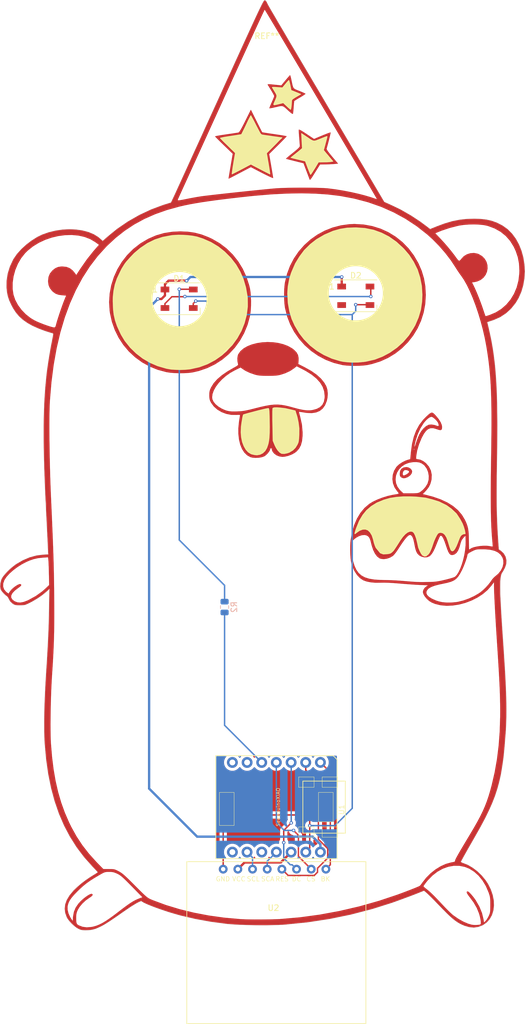
<source format=kicad_pcb>
(kicad_pcb (version 20171130) (host pcbnew "(5.1.2)-1")
  (layers (0 F.Cu signal) (31 B.Cu signal) (34 B.Paste user) (35 F.Paste user) (36 B.SilkS user) (37 F.SilkS user) (38 B.Mask user) (39 F.Mask user) (44 Edge.Cuts user))
  (net 0 "")
  (net 1 VCC)
  (net 2 GND)
  (net 3 "Net-(D1-Pad2)")
  (net 4 "Net-(D1-Pad4)")
  (net 5 /PA8)
  (net 6 /3v3)
  (net 7 /SDA)
  (net 8 /SCK)
  (net 9 /CS)
  (net 10 /DC)
  (net 11 /RES)
  (net 12 /BUK)
  (module XIAO:st7789_135x240 (layer F.Cu) (at 101.62 186.5)
    (fp_text reference U2 (at -6 -6) (layer F.SilkS))
    (fp_text value ST7789_240x240)
    (fp_text user GND (at -14.75 -11) (layer F.SilkS) (effects (font (size 0.8 0.8) (thickness 0.1))))
    (fp_text user VCC (at -12 -11) (layer F.SilkS) (effects (font (size 0.8 0.8) (thickness 0.1))))
    (fp_text user SCL (at -9.5 -11) (layer F.SilkS) (effects (font (size 0.8 0.8) (thickness 0.1))))
    (fp_text user SCA (at -7 -11) (layer F.SilkS) (effects (font (size 0.8 0.8) (thickness 0.1))))
    (fp_text user RES (at -4.5 -11) (layer F.SilkS) (effects (font (size 0.8 0.8) (thickness 0.1))))
    (fp_text user DC (at -2 -11) (layer F.SilkS) (effects (font (size 0.8 0.8) (thickness 0.1))))
    (fp_text user CS (at 0.5 -11) (layer F.SilkS) (effects (font (size 0.8 0.8) (thickness 0.1))))
    (fp_text user BK (at 3 -11) (layer F.SilkS) (effects (font (size 0.8 0.8) (thickness 0.1))))
    (pad 1 thru_hole circle (at -14.7 -12.7) (size 1.524 1.524) (drill 0.762) (layers *.Cu *.Mask) (net 2 GND))
    (pad 2 thru_hole circle (at -12.16 -12.7) (size 1.524 1.524) (drill 0.762) (layers *.Cu *.Mask) (net 6 /3v3))
    (pad 3 thru_hole circle (at -9.62 -12.7) (size 1.524 1.524) (drill 0.762) (layers *.Cu *.Mask) (net 8 /SCK))
    (pad 4 thru_hole circle (at -7.08 -12.7) (size 1.524 1.524) (drill 0.762) (layers *.Cu *.Mask) (net 7 /SDA))
    (pad 5 thru_hole circle (at -4.54 -12.7) (size 1.524 1.524) (drill 0.762) (layers *.Cu *.Mask) (net 11 /RES))
    (pad 6 thru_hole circle (at -2 -12.7) (size 1.524 1.524) (drill 0.762) (layers *.Cu *.Mask) (net 10 /DC))
    (pad 7 thru_hole circle (at 0.54 -12.7) (size 1.524 1.524) (drill 0.762) (layers *.Cu *.Mask) (net 9 /CS))
    (pad 8 thru_hole circle (at 3.08 -12.7) (size 1.524 1.524) (drill 0.762) (layers *.Cu *.Mask) (net 12 /BUK))
  )
  (module nanbuwks:gopher_party (layer F.Cu) (at 93.94 104.37)
    (fp_text reference G*** hide)
    (fp_text value LOGO hide)
    (fp_poly (pts (xy 0.333042 -80.729012) (xy 0.486423 -80.51766) (xy 0.529693 -80.425192) (xy 0.56184 -80.353556) (xy 0.600692 -80.271958) (xy 0.650265 -80.173558) (xy 0.714574 -80.051513) (xy 0.797637 -79.898984) (xy 0.903468 -79.709129) (xy 1.036084 -79.475107) (xy 1.1995 -79.190077) (xy 1.397733 -78.847198) (xy 1.634798 -78.439629) (xy 1.914712 -77.960529) (xy 2.24149 -77.403057) (xy 2.619148 -76.760372) (xy 3.051703 -76.025633) (xy 3.54317 -75.191999) (xy 4.097565 -74.252629) (xy 4.718904 -73.200681) (xy 5.411204 -72.029316) (xy 6.178479 -70.731691) (xy 7.024747 -69.300965) (xy 7.954022 -67.730299) (xy 8.970321 -66.01285) (xy 10.07766 -64.141778) (xy 11.280055 -62.110241) (xy 11.43 -61.856905) (xy 20.857308 -45.929213) (xy 21.90701 -45.470021) (xy 23.661128 -44.624324) (xy 25.410473 -43.630664) (xy 27.090735 -42.527172) (xy 28.005644 -41.853884) (xy 28.80398 -41.240329) (xy 29.95949 -41.706618) (xy 31.341722 -42.217448) (xy 32.641221 -42.594516) (xy 33.907348 -42.848026) (xy 35.189464 -42.98818) (xy 36.341538 -43.025831) (xy 37.514428 -42.989666) (xy 38.546156 -42.871184) (xy 39.476869 -42.660888) (xy 40.346714 -42.349279) (xy 41.195839 -41.926858) (xy 41.341996 -41.842769) (xy 42.21075 -41.223519) (xy 42.975223 -40.457765) (xy 43.631909 -39.566397) (xy 44.177301 -38.570303) (xy 44.607891 -37.490371) (xy 44.920171 -36.347489) (xy 45.110636 -35.162546) (xy 45.175777 -33.956431) (xy 45.112088 -32.750032) (xy 44.916061 -31.564237) (xy 44.58419 -30.419935) (xy 44.112966 -29.338014) (xy 43.588065 -28.4654) (xy 42.808665 -27.493698) (xy 41.927979 -26.687488) (xy 40.936245 -26.039642) (xy 39.823703 -25.543029) (xy 39.390215 -25.399437) (xy 39.053879 -25.293528) (xy 38.804979 -25.208005) (xy 38.689298 -25.15877) (xy 38.686154 -25.154916) (xy 38.707217 -25.053272) (xy 38.764225 -24.801958) (xy 38.847908 -24.441387) (xy 38.927175 -24.104204) (xy 39.183186 -22.965604) (xy 39.412359 -21.823487) (xy 39.615563 -20.663884) (xy 39.793665 -19.472824) (xy 39.947534 -18.236337) (xy 40.078039 -16.940454) (xy 40.186048 -15.571204) (xy 40.272428 -14.114616) (xy 40.338049 -12.556721) (xy 40.383778 -10.883548) (xy 40.410484 -9.081128) (xy 40.419034 -7.13549) (xy 40.410299 -5.032665) (xy 40.385145 -2.758681) (xy 40.358531 -1.074615) (xy 40.329247 0.789035) (xy 40.310071 2.479924) (xy 40.30133 4.020431) (xy 40.303351 5.432934) (xy 40.316459 6.739812) (xy 40.340981 7.963443) (xy 40.377243 9.126206) (xy 40.425573 10.250479) (xy 40.486295 11.358641) (xy 40.555219 12.409202) (xy 40.67586 14.121096) (xy 41.044917 14.383849) (xy 41.528852 14.838645) (xy 41.848547 15.382628) (xy 41.997351 15.989487) (xy 41.968616 16.632913) (xy 41.770438 17.254903) (xy 41.592076 17.61231) (xy 41.402616 17.943065) (xy 41.285164 18.117801) (xy 41.185049 18.281478) (xy 41.100372 18.49633) (xy 41.031251 18.772805) (xy 40.977806 19.121354) (xy 40.940155 19.552424) (xy 40.918417 20.076464) (xy 40.912712 20.703925) (xy 40.923158 21.445253) (xy 40.949874 22.3109) (xy 40.992978 23.311313) (xy 41.052591 24.456941) (xy 41.128831 25.758234) (xy 41.221817 27.22564) (xy 41.331668 28.869608) (xy 41.422557 30.186923) (xy 41.556748 32.151265) (xy 41.672361 33.9388) (xy 41.769628 35.567197) (xy 41.848777 37.054126) (xy 41.910038 38.417257) (xy 41.953642 39.67426) (xy 41.979818 40.842804) (xy 41.988794 41.940559) (xy 41.980803 42.985195) (xy 41.956072 43.994383) (xy 41.914832 44.985791) (xy 41.857312 45.977089) (xy 41.783742 46.985948) (xy 41.694352 48.030037) (xy 41.65942 48.406538) (xy 41.485988 50.051529) (xy 41.285006 51.556772) (xy 41.046894 52.951481) (xy 40.76207 54.264868) (xy 40.420956 55.526145) (xy 40.013969 56.764524) (xy 39.531531 58.009219) (xy 38.964059 59.28944) (xy 38.301975 60.634401) (xy 37.535696 62.073313) (xy 36.677332 63.597692) (xy 36.094225 64.613687) (xy 35.577163 65.518716) (xy 35.13125 66.303706) (xy 34.761591 66.959584) (xy 34.473289 67.477278) (xy 34.27145 67.847716) (xy 34.161177 68.061824) (xy 34.144727 68.099284) (xy 34.156731 68.214392) (xy 34.312487 68.312049) (xy 34.505755 68.377458) (xy 35.331234 68.706631) (xy 36.167676 69.197141) (xy 36.980729 69.820271) (xy 37.736039 70.547299) (xy 38.399253 71.349508) (xy 38.812394 71.977815) (xy 39.291328 72.930146) (xy 39.621494 73.884111) (xy 39.805253 74.821479) (xy 39.844963 75.724016) (xy 39.742984 76.57349) (xy 39.501676 77.351665) (xy 39.123397 78.040311) (xy 38.610508 78.621192) (xy 37.965367 79.076077) (xy 37.888623 79.116518) (xy 37.15437 79.402832) (xy 36.401979 79.513932) (xy 35.613806 79.449165) (xy 34.772205 79.207875) (xy 34.241154 78.981364) (xy 33.846418 78.779821) (xy 33.462724 78.548733) (xy 33.069658 78.270818) (xy 32.646807 77.928792) (xy 32.173757 77.505374) (xy 31.630094 76.983281) (xy 30.995405 76.345229) (xy 30.391594 75.722207) (xy 29.877908 75.191167) (xy 29.389225 74.692217) (xy 28.947351 74.247136) (xy 28.574089 73.877706) (xy 28.291241 73.60571) (xy 28.120612 73.452929) (xy 28.117688 73.450599) (xy 27.739495 73.151065) (xy 25.987019 73.847012) (xy 22.360959 75.185456) (xy 18.709094 76.330624) (xy 15.027608 77.283383) (xy 11.312684 78.044599) (xy 7.560507 78.615141) (xy 3.76726 78.995874) (xy 3.126154 79.041245) (xy 2.360444 79.079456) (xy 1.450575 79.103885) (xy 0.435183 79.115149) (xy -0.647096 79.113864) (xy -1.757627 79.100646) (xy -2.857774 79.076113) (xy -3.9089 79.04088) (xy -4.872371 78.995564) (xy -5.70955 78.940781) (xy -6.252308 78.891632) (xy -9.073967 78.526217) (xy -11.764437 78.043526) (xy -14.352838 77.437982) (xy -15.513991 77.117584) (xy -16.271549 76.889497) (xy -17.054493 76.63788) (xy -17.836444 76.372639) (xy -18.591021 76.103679) (xy -19.291847 75.840905) (xy -19.912541 75.594223) (xy -20.426726 75.373538) (xy -20.808021 75.188756) (xy -21.030047 75.049782) (xy -21.037161 75.043622) (xy -21.133776 74.974397) (xy -21.244168 74.957467) (xy -21.408763 75.003529) (xy -21.667987 75.123278) (xy -22.014084 75.302094) (xy -22.323275 75.479666) (xy -22.756641 75.749946) (xy -23.280352 76.090713) (xy -23.860577 76.479747) (xy -24.463483 76.894825) (xy -24.808376 77.137433) (xy -25.780638 77.818167) (xy -26.621412 78.384823) (xy -27.350337 78.847156) (xy -27.987056 79.214922) (xy -28.55121 79.497878) (xy -29.062438 79.705779) (xy -29.540382 79.848381) (xy -30.004683 79.935441) (xy -30.474982 79.976714) (xy -30.528846 79.978912) (xy -31.012751 79.986119) (xy -31.374114 79.960117) (xy -31.684272 79.891903) (xy -31.945385 79.800137) (xy -32.340272 79.585214) (xy -32.787215 79.248067) (xy -33.238478 78.834448) (xy -33.646323 78.390111) (xy -33.963013 77.960807) (xy -34.076218 77.757868) (xy -34.350218 77.005248) (xy -34.444108 76.261603) (xy -34.403028 75.91651) (xy -33.958292 75.91651) (xy -33.950146 76.481151) (xy -33.794338 77.101779) (xy -33.505742 77.725947) (xy -33.393168 77.909615) (xy -33.07463 78.398077) (xy -33.009918 77.636977) (xy -32.865686 76.832673) (xy -32.567545 76.101235) (xy -32.100294 75.412293) (xy -31.655218 74.93) (xy -31.252486 74.564724) (xy -30.836735 74.236465) (xy -30.441313 73.96683) (xy -30.099568 73.777427) (xy -29.84485 73.689865) (xy -29.748795 73.694757) (xy -29.610813 73.810027) (xy -29.660417 73.978125) (xy -29.89774 74.199253) (xy -30.205838 74.404182) (xy -30.820899 74.843691) (xy -31.391964 75.37415) (xy -31.869892 75.944585) (xy -32.181527 76.453583) (xy -32.3677 76.902643) (xy -32.454336 77.328941) (xy -32.471471 77.665385) (xy -32.470468 78.188241) (xy -32.445359 78.554385) (xy -32.384276 78.802106) (xy -32.275351 78.969691) (xy -32.106719 79.09543) (xy -32.012456 79.146391) (xy -31.358596 79.397064) (xy -30.663535 79.492686) (xy -29.89011 79.436813) (xy -29.580208 79.379214) (xy -29.066803 79.242728) (xy -28.541189 79.04281) (xy -27.980704 78.766436) (xy -27.362688 78.400581) (xy -26.664481 77.932221) (xy -25.863423 77.34833) (xy -25.302308 76.920369) (xy -24.538698 76.335041) (xy -23.901374 75.859137) (xy -23.366409 75.477135) (xy -22.909876 75.173515) (xy -22.507847 74.932754) (xy -22.136395 74.739331) (xy -21.771594 74.577726) (xy -21.56763 74.49773) (xy -21.007952 74.28651) (xy -22.83763 72.419647) (xy -23.406373 71.842172) (xy -23.862282 71.387592) (xy -24.226969 71.037029) (xy -24.522046 70.771604) (xy -24.769125 70.572439) (xy -24.989817 70.420655) (xy -25.205734 70.297374) (xy -25.3491 70.225815) (xy -25.752107 70.047) (xy -26.082612 69.947561) (xy -26.435237 69.905657) (xy -26.765638 69.898846) (xy -27.074424 69.902157) (xy -27.315607 69.922772) (xy -27.535714 69.976718) (xy -27.781266 70.080022) (xy -28.098789 70.248708) (xy -28.534807 70.498803) (xy -28.575 70.522111) (xy -29.385989 71.00424) (xy -30.063565 71.43743) (xy -30.651735 71.854573) (xy -31.19451 72.288561) (xy -31.735896 72.772285) (xy -32.24874 73.267825) (xy -32.820278 73.857068) (xy -33.253229 74.360219) (xy -33.566584 74.806701) (xy -33.779334 75.22594) (xy -33.910472 75.647358) (xy -33.958292 75.91651) (xy -34.403028 75.91651) (xy -34.35559 75.518012) (xy -34.082367 74.76555) (xy -33.622142 73.995295) (xy -32.972618 73.198325) (xy -32.875477 73.093694) (xy -32.279108 72.515756) (xy -31.555342 71.904176) (xy -30.757251 71.300179) (xy -29.937908 70.744993) (xy -29.5275 70.493063) (xy -29.181558 70.284294) (xy -28.909936 70.11152) (xy -28.749345 69.998577) (xy -28.721538 69.96975) (xy -28.785591 69.886007) (xy -28.961488 69.688775) (xy -29.224845 69.404621) (xy -29.551272 69.060111) (xy -29.674038 68.932133) (xy -31.102503 67.326465) (xy -32.390006 65.622395) (xy -33.538953 63.813686) (xy -34.55175 61.894101) (xy -35.430803 59.857403) (xy -36.178518 57.697354) (xy -36.797301 55.407718) (xy -37.289558 52.982259) (xy -37.657695 50.414737) (xy -37.904117 47.698918) (xy -37.912186 47.576154) (xy -37.955822 46.659944) (xy -37.980451 45.577328) (xy -37.986567 44.356309) (xy -37.974668 43.024889) (xy -37.945247 41.611073) (xy -37.898802 40.142861) (xy -37.835826 38.648257) (xy -37.756817 37.155265) (xy -37.715951 36.488077) (xy -37.619092 34.964128) (xy -37.534837 33.613088) (xy -37.462142 32.412957) (xy -37.399965 31.341736) (xy -37.347264 30.377426) (xy -37.302996 29.498028) (xy -37.26612 28.681541) (xy -37.235591 27.905968) (xy -37.210368 27.149309) (xy -37.189409 26.389564) (xy -37.17167 25.604736) (xy -37.15611 24.772823) (xy -37.153504 24.619004) (xy -37.092269 20.956084) (xy -37.651146 21.466866) (xy -38.317205 22.013881) (xy -39.114777 22.567443) (xy -39.985324 23.088753) (xy -40.534943 23.378207) (xy -40.939125 23.573404) (xy -41.242867 23.694306) (xy -41.518114 23.758591) (xy -41.836808 23.783939) (xy -42.202846 23.788077) (xy -42.631147 23.781796) (xy -42.925641 23.754004) (xy -43.147741 23.691279) (xy -43.358856 23.580197) (xy -43.464422 23.512323) (xy -43.871413 23.138867) (xy -44.081368 22.779631) (xy -44.226265 22.497402) (xy -44.371056 22.290233) (xy -44.433618 22.233958) (xy -44.728978 22.01679) (xy -45.04008 21.7189) (xy -45.314145 21.398014) (xy -45.498393 21.11186) (xy -45.530818 21.033899) (xy -45.608228 20.55579) (xy -45.608024 20.55259) (xy -45.11469 20.55259) (xy -44.957107 21.038263) (xy -44.62426 21.452903) (xy -44.468056 21.577143) (xy -44.173699 21.786744) (xy -43.961973 21.444164) (xy -43.720753 21.136402) (xy -43.388246 20.818185) (xy -43.011786 20.524359) (xy -42.638709 20.289772) (xy -42.31635 20.14927) (xy -42.169534 20.124615) (xy -42.014055 20.203451) (xy -41.972839 20.269918) (xy -42.013873 20.409008) (xy -42.224917 20.611993) (xy -42.482545 20.79922) (xy -43.077821 21.253848) (xy -43.483269 21.679505) (xy -43.698501 22.074677) (xy -43.723128 22.437854) (xy -43.556759 22.767524) (xy -43.199007 23.062175) (xy -43.082308 23.128753) (xy -42.633239 23.299622) (xy -42.14997 23.337643) (xy -41.602837 23.239825) (xy -40.962171 23.003176) (xy -40.717149 22.890261) (xy -39.447469 22.191725) (xy -38.330166 21.389525) (xy -37.808212 20.929016) (xy -37.142102 20.296524) (xy -37.185544 18.329993) (xy -37.201635 17.698727) (xy -37.220695 17.106542) (xy -37.241186 16.591691) (xy -37.261571 16.192425) (xy -37.280315 15.946996) (xy -37.28179 15.934397) (xy -37.334594 15.505333) (xy -38.230182 15.564666) (xy -39.060443 15.654001) (xy -39.808265 15.817528) (xy -40.558088 16.077333) (xy -41.103346 16.316127) (xy -41.901294 16.734853) (xy -42.672959 17.226216) (xy -43.386896 17.764263) (xy -44.011662 18.323046) (xy -44.515812 18.876613) (xy -44.8679 19.399013) (xy -44.889699 19.440934) (xy -45.093418 20.014082) (xy -45.11469 20.55259) (xy -45.608024 20.55259) (xy -45.572671 19.999332) (xy -45.432319 19.439477) (xy -45.329975 19.191237) (xy -45.116744 18.848858) (xy -44.780827 18.431479) (xy -44.359283 17.976602) (xy -43.889172 17.521728) (xy -43.407551 17.10436) (xy -42.951481 16.761999) (xy -42.886923 16.719013) (xy -41.698063 16.030527) (xy -40.52283 15.529484) (xy -39.345241 15.210197) (xy -38.259169 15.072873) (xy -37.294876 15.014904) (xy -37.361384 13.539952) (xy -37.380219 13.133707) (xy -37.407571 12.55994) (xy -37.442088 11.846262) (xy -37.482418 11.020286) (xy -37.527207 10.109624) (xy -37.575105 9.141889) (xy -37.624759 8.144694) (xy -37.663256 7.375769) (xy -37.783879 4.870027) (xy -37.884651 2.544219) (xy -37.965506 0.3839) (xy -38.026382 -1.625377) (xy -38.067212 -3.498057) (xy -38.087933 -5.248585) (xy -38.088481 -6.891409) (xy -38.081443 -7.445326) (xy -37.109585 -7.445326) (xy -37.106864 -6.162495) (xy -37.0961 -4.79424) (xy -37.077558 -3.362508) (xy -37.051506 -1.889245) (xy -37.01821 -0.396398) (xy -36.977934 1.094085) (xy -36.930946 2.560257) (xy -36.877511 3.980172) (xy -36.838693 4.884615) (xy -36.756454 6.711751) (xy -36.683222 8.362234) (xy -36.618389 9.854559) (xy -36.561348 11.207224) (xy -36.511493 12.438722) (xy -36.468216 13.567549) (xy -36.43091 14.612201) (xy -36.398968 15.591174) (xy -36.371783 16.522962) (xy -36.348747 17.426062) (xy -36.329254 18.318968) (xy -36.312696 19.220176) (xy -36.298467 20.148181) (xy -36.285959 21.12148) (xy -36.275899 22.029615) (xy -36.26149 23.775535) (xy -36.257208 25.362281) (xy -36.264008 26.82585) (xy -36.282847 28.202239) (xy -36.314682 29.527443) (xy -36.360467 30.837458) (xy -36.421161 32.168281) (xy -36.497718 33.555908) (xy -36.591095 35.036335) (xy -36.640989 35.77333) (xy -36.707654 36.856588) (xy -36.765818 38.03432) (xy -36.814973 39.276403) (xy -36.854613 40.552714) (xy -36.884233 41.833129) (xy -36.903326 43.087526) (xy -36.911387 44.285781) (xy -36.907909 45.397772) (xy -36.892385 46.393377) (xy -36.864311 47.24247) (xy -36.840922 47.673846) (xy -36.647303 50.000762) (xy -36.377628 52.166625) (xy -36.026767 54.192438) (xy -35.589588 56.099205) (xy -35.060961 57.907928) (xy -34.435756 59.639611) (xy -33.708841 61.315258) (xy -33.309277 62.131474) (xy -32.408441 63.756019) (xy -31.400178 65.283753) (xy -30.257068 66.75236) (xy -28.951694 68.199525) (xy -28.724115 68.433461) (xy -27.764361 69.410385) (xy -26.801988 69.410385) (xy -26.350374 69.41424) (xy -26.028406 69.435776) (xy -25.770367 69.489945) (xy -25.510539 69.591699) (xy -25.183202 69.75599) (xy -25.106923 69.796051) (xy -24.858766 69.935678) (xy -24.614208 70.096477) (xy -24.351044 70.297721) (xy -24.047067 70.558684) (xy -23.680071 70.898639) (xy -23.227848 71.336861) (xy -22.668192 71.892623) (xy -22.518077 72.042974) (xy -21.887873 72.674566) (xy -21.376554 73.183977) (xy -20.964811 73.587148) (xy -20.633337 73.900018) (xy -20.362823 74.138528) (xy -20.13396 74.318618) (xy -19.927441 74.45623) (xy -19.723956 74.567304) (xy -19.504197 74.66778) (xy -19.248856 74.773599) (xy -19.173273 74.804354) (xy -16.948283 75.626884) (xy -14.581212 76.344245) (xy -12.098015 76.950957) (xy -9.52465 77.441543) (xy -6.887074 77.810523) (xy -4.211242 78.052418) (xy -3.614615 78.088331) (xy -3.021119 78.111669) (xy -2.278437 78.126799) (xy -1.432584 78.133976) (xy -0.529575 78.133457) (xy 0.384575 78.125498) (xy 1.263851 78.110356) (xy 2.062238 78.088287) (xy 2.733721 78.059547) (xy 2.861276 78.052268) (xy 6.256027 77.75964) (xy 9.692371 77.292525) (xy 13.138507 76.657508) (xy 16.562631 75.861179) (xy 19.932941 74.910122) (xy 23.055385 73.869497) (xy 23.697538 73.635468) (xy 24.355068 73.390267) (xy 24.99937 73.145115) (xy 25.601838 72.911233) (xy 26.133869 72.699843) (xy 26.566858 72.522166) (xy 26.872199 72.389421) (xy 26.88153 72.384663) (xy 27.646923 72.384663) (xy 27.718966 72.480174) (xy 27.907444 72.652665) (xy 28.159808 72.855618) (xy 28.471187 73.103976) (xy 28.799639 73.389781) (xy 29.165669 73.733109) (xy 29.589784 74.154039) (xy 30.092491 74.672646) (xy 30.694295 75.309007) (xy 31.003403 75.639675) (xy 31.442097 76.100815) (xy 31.878815 76.543095) (xy 32.279848 76.933569) (xy 32.611486 77.239292) (xy 32.809439 77.40473) (xy 33.689874 78.015173) (xy 34.563634 78.507255) (xy 35.396641 78.863542) (xy 35.999615 79.036703) (xy 36.316703 79.077094) (xy 36.697691 79.087453) (xy 37.074296 79.070334) (xy 37.378234 79.028295) (xy 37.521115 78.979738) (xy 37.579647 78.838286) (xy 37.580533 78.548287) (xy 37.528631 78.146312) (xy 37.428797 77.668932) (xy 37.285889 77.152717) (xy 37.273045 77.111796) (xy 36.883086 76.147942) (xy 36.318068 75.174454) (xy 35.689086 74.322229) (xy 35.3589 73.886496) (xy 35.172389 73.572429) (xy 35.126756 73.372383) (xy 35.219202 73.278714) (xy 35.30365 73.269231) (xy 35.451172 73.344523) (xy 35.68006 73.54906) (xy 35.961356 73.850834) (xy 36.266098 74.217834) (xy 36.565325 74.618052) (xy 36.694395 74.806378) (xy 37.3279 75.904791) (xy 37.780777 77.014804) (xy 38.046459 78.120127) (xy 38.056162 78.184958) (xy 38.124191 78.655686) (xy 38.396158 78.395125) (xy 38.581916 78.166318) (xy 38.790009 77.834839) (xy 38.945793 77.533628) (xy 39.058836 77.277122) (xy 39.136212 77.052813) (xy 39.184642 76.814243) (xy 39.210845 76.514952) (xy 39.22154 76.108479) (xy 39.223462 75.613846) (xy 39.220337 75.062872) (xy 39.205891 74.653102) (xy 39.172516 74.330391) (xy 39.112601 74.040594) (xy 39.01854 73.729567) (xy 38.918297 73.442215) (xy 38.45137 72.361568) (xy 37.871434 71.397291) (xy 37.192627 70.564594) (xy 36.429086 69.878686) (xy 35.594948 69.354777) (xy 34.831364 69.045212) (xy 33.876883 68.850646) (xy 32.906516 68.842478) (xy 31.936646 69.014408) (xy 30.983659 69.360132) (xy 30.063937 69.873349) (xy 29.193864 70.547757) (xy 28.389824 71.377053) (xy 28.21499 71.590256) (xy 27.967357 71.909882) (xy 27.77438 72.1742) (xy 27.66329 72.34513) (xy 27.646923 72.384663) (xy 26.88153 72.384663) (xy 27.018371 72.314892) (xy 27.128265 72.198645) (xy 27.300158 71.975604) (xy 27.430636 71.790498) (xy 28.099502 70.93318) (xy 28.87413 70.156497) (xy 29.724327 69.481142) (xy 30.6199 68.927807) (xy 31.530654 68.517186) (xy 32.426397 68.269971) (xy 32.61032 68.240678) (xy 32.915515 68.185365) (xy 33.069673 68.113019) (xy 33.117058 68.000859) (xy 33.117692 67.979532) (xy 33.136479 67.885249) (xy 33.19762 67.7308) (xy 33.308291 67.503526) (xy 33.475665 67.190767) (xy 33.706915 66.779864) (xy 34.009215 66.258157) (xy 34.38974 65.612987) (xy 34.855663 64.831693) (xy 35.414157 63.901617) (xy 35.656095 63.5) (xy 36.355612 62.321952) (xy 36.954113 61.270572) (xy 37.465476 60.314497) (xy 37.903581 59.422362) (xy 38.282305 58.562804) (xy 38.61553 57.704459) (xy 38.917132 56.815963) (xy 39.200992 55.865953) (xy 39.460362 54.903077) (xy 39.971303 52.692021) (xy 40.370166 50.434709) (xy 40.660236 48.102806) (xy 40.844799 45.667974) (xy 40.927139 43.101879) (xy 40.932436 42.204744) (xy 40.929544 41.449645) (xy 40.920703 40.699119) (xy 40.905025 39.933763) (xy 40.881624 39.134174) (xy 40.849611 38.280951) (xy 40.8081 37.354689) (xy 40.756204 36.335987) (xy 40.693034 35.205441) (xy 40.617704 33.943649) (xy 40.529326 32.531209) (xy 40.427014 30.948717) (xy 40.396242 30.48) (xy 40.294721 28.911383) (xy 40.201973 27.424583) (xy 40.118729 26.03338) (xy 40.045723 24.751557) (xy 39.983688 23.592896) (xy 39.933355 22.571177) (xy 39.895458 21.700184) (xy 39.870728 20.993697) (xy 39.8599 20.465499) (xy 39.859466 20.382522) (xy 39.858462 19.810044) (xy 39.434878 20.382522) (xy 38.754562 21.159924) (xy 37.938471 21.85546) (xy 37.012926 22.461662) (xy 36.004249 22.971063) (xy 34.938762 23.376196) (xy 33.842787 23.669593) (xy 32.742645 23.843786) (xy 31.664658 23.891308) (xy 30.635148 23.804692) (xy 29.680437 23.57647) (xy 29.063462 23.324883) (xy 28.630276 23.053091) (xy 28.227753 22.696259) (xy 27.890564 22.296368) (xy 27.653377 21.8954) (xy 27.595182 21.690997) (xy 28.148417 21.690997) (xy 28.291137 22.025668) (xy 28.617399 22.353071) (xy 29.123289 22.668651) (xy 29.804896 22.967847) (xy 30.230684 23.116482) (xy 30.875114 23.26288) (xy 31.642893 23.335958) (xy 32.475626 23.334121) (xy 33.314919 23.25577) (xy 33.606154 23.208757) (xy 34.528472 22.982244) (xy 35.487662 22.641743) (xy 36.415123 22.216445) (xy 37.24226 21.735542) (xy 37.513846 21.545882) (xy 37.971401 21.167168) (xy 38.449956 20.703659) (xy 38.89453 20.213406) (xy 39.250144 19.75446) (xy 39.339618 19.618133) (xy 39.584165 19.27793) (xy 39.863813 18.968911) (xy 40.061741 18.800298) (xy 40.618713 18.326371) (xy 41.049355 17.778646) (xy 41.341806 17.18716) (xy 41.4842 16.581949) (xy 41.464677 15.993052) (xy 41.334971 15.576471) (xy 41.01506 15.070425) (xy 40.561079 14.675609) (xy 39.964669 14.388414) (xy 39.217472 14.205233) (xy 38.31113 14.122457) (xy 37.953462 14.116538) (xy 37.454391 14.118549) (xy 37.096679 14.13158) (xy 36.826301 14.166124) (xy 36.58923 14.232677) (xy 36.331443 14.341734) (xy 36.024038 14.491351) (xy 35.606072 14.715193) (xy 35.359123 14.890592) (xy 35.268092 15.028574) (xy 35.266923 15.044273) (xy 35.229701 15.275586) (xy 35.128679 15.640397) (xy 34.979826 16.093841) (xy 34.79911 16.591056) (xy 34.602497 17.087177) (xy 34.405956 17.537343) (xy 34.305533 17.745415) (xy 33.970237 18.370848) (xy 33.652081 18.85624) (xy 33.315887 19.226792) (xy 32.926474 19.507704) (xy 32.448662 19.724177) (xy 31.847272 19.901412) (xy 31.087123 20.064608) (xy 31.060875 20.06967) (xy 30.208723 20.25168) (xy 29.532092 20.43825) (xy 29.011135 20.636533) (xy 28.626005 20.853682) (xy 28.429254 21.018084) (xy 28.193152 21.353616) (xy 28.148417 21.690997) (xy 27.595182 21.690997) (xy 27.550863 21.535335) (xy 27.549231 21.491348) (xy 27.63334 21.137568) (xy 27.85512 20.790507) (xy 28.137892 20.542806) (xy 28.440768 20.351038) (xy 26.993653 20.285664) (xy 26.434892 20.255813) (xy 25.740033 20.211591) (xy 24.967488 20.157128) (xy 24.175665 20.096554) (xy 23.422975 20.033998) (xy 23.375455 20.029844) (xy 22.41708 19.954681) (xy 21.566537 19.905971) (xy 20.851236 19.884894) (xy 20.298585 19.892629) (xy 20.249301 19.895266) (xy 19.374166 19.906025) (xy 18.552125 19.838487) (xy 17.826844 19.698603) (xy 17.241994 19.492327) (xy 17.221743 19.482587) (xy 16.657058 19.106089) (xy 16.142354 18.562266) (xy 15.695563 17.87653) (xy 15.334619 17.074294) (xy 15.177072 16.585061) (xy 15.092764 16.161216) (xy 15.028332 15.593599) (xy 14.985529 14.93298) (xy 14.980488 14.75054) (xy 15.344187 14.75054) (xy 15.348437 15.249537) (xy 15.373466 15.642892) (xy 15.421758 15.975153) (xy 15.476238 16.216923) (xy 15.724847 17.014889) (xy 16.03658 17.67988) (xy 16.427687 18.221682) (xy 16.91442 18.650082) (xy 17.513026 18.974865) (xy 18.239757 19.205819) (xy 19.110863 19.352729) (xy 20.142594 19.425383) (xy 20.823682 19.437361) (xy 21.43923 19.447941) (xy 22.173449 19.474776) (xy 22.950633 19.514303) (xy 23.695077 19.562957) (xy 23.998682 19.586834) (xy 24.792295 19.652879) (xy 25.428192 19.703851) (xy 25.943323 19.741411) (xy 26.374641 19.76722) (xy 26.759094 19.782939) (xy 27.133635 19.79023) (xy 27.535213 19.790753) (xy 28.000779 19.78617) (xy 28.330769 19.781594) (xy 28.956063 19.768105) (xy 29.458522 19.742689) (xy 29.903992 19.697143) (xy 30.35832 19.623264) (xy 30.887353 19.512848) (xy 31.359231 19.404301) (xy 31.896563 19.27073) (xy 32.382449 19.136107) (xy 32.777511 19.012384) (xy 33.042374 18.911515) (xy 33.117692 18.870542) (xy 33.424028 18.555369) (xy 33.726818 18.076179) (xy 34.016583 17.464252) (xy 34.283843 16.750867) (xy 34.519121 15.967301) (xy 34.712939 15.144833) (xy 34.855816 14.314742) (xy 34.938276 13.508307) (xy 34.952659 12.815313) (xy 34.925 11.771923) (xy 34.569484 12.133742) (xy 34.256975 12.555633) (xy 34.092837 13.012973) (xy 33.885152 13.763072) (xy 33.651393 14.333315) (xy 33.382056 14.738526) (xy 33.067637 14.99353) (xy 32.752127 15.104342) (xy 32.511391 15.118002) (xy 32.307596 15.045709) (xy 32.125096 14.866372) (xy 31.948243 14.5589) (xy 31.761391 14.102202) (xy 31.552996 13.487978) (xy 31.304803 12.771487) (xy 31.081734 12.247243) (xy 30.882943 11.913841) (xy 30.707582 11.769877) (xy 30.554807 11.813948) (xy 30.548026 11.820769) (xy 30.46102 11.964335) (xy 30.324308 12.251372) (xy 30.155735 12.642017) (xy 29.973148 13.096407) (xy 29.949282 13.158162) (xy 29.649451 13.893898) (xy 29.377421 14.46172) (xy 29.119644 14.884675) (xy 28.862573 15.185808) (xy 28.664266 15.34414) (xy 28.261375 15.501412) (xy 27.796368 15.51675) (xy 27.32498 15.404062) (xy 26.902943 15.177255) (xy 26.585993 14.850236) (xy 26.567279 14.820867) (xy 26.428327 14.558426) (xy 26.31008 14.242614) (xy 26.200871 13.833065) (xy 26.08903 13.289409) (xy 26.029428 12.960096) (xy 25.889681 12.364836) (xy 25.711384 11.941071) (xy 25.498856 11.697443) (xy 25.371991 11.643948) (xy 25.193121 11.669793) (xy 24.969458 11.816484) (xy 24.692763 12.093731) (xy 24.354802 12.511242) (xy 23.947337 13.078726) (xy 23.462131 13.805892) (xy 23.223301 14.176724) (xy 22.957169 14.566818) (xy 22.685839 14.920014) (xy 22.450296 15.18476) (xy 22.351042 15.273846) (xy 21.861795 15.56382) (xy 21.317687 15.750276) (xy 20.772518 15.823712) (xy 20.28009 15.774625) (xy 20.033708 15.683124) (xy 19.624968 15.369527) (xy 19.257044 14.881298) (xy 18.940094 14.23677) (xy 18.684276 13.454274) (xy 18.598321 13.092705) (xy 18.448018 12.520271) (xy 18.26802 12.116001) (xy 18.037118 11.852857) (xy 17.734105 11.703802) (xy 17.469047 11.653016) (xy 17.006527 11.682031) (xy 16.493439 11.846757) (xy 15.991188 12.122788) (xy 15.687857 12.360995) (xy 15.403022 12.620773) (xy 15.35823 14.101348) (xy 15.344187 14.75054) (xy 14.980488 14.75054) (xy 14.966106 14.230131) (xy 14.971818 13.53582) (xy 15.004417 12.90082) (xy 15.038255 12.564269) (xy 15.246753 11.393011) (xy 15.747939 11.393011) (xy 15.770301 11.467293) (xy 15.869058 11.420655) (xy 16.034583 11.287476) (xy 16.599391 10.893024) (xy 17.124617 10.688299) (xy 17.604283 10.670553) (xy 18.032409 10.837042) (xy 18.403018 11.185017) (xy 18.71013 11.711732) (xy 18.947767 12.414441) (xy 19.002918 12.651154) (xy 19.115319 13.087561) (xy 19.256527 13.509169) (xy 19.397838 13.831322) (xy 19.411246 13.855465) (xy 19.762947 14.293452) (xy 20.236067 14.635493) (xy 20.778524 14.857631) (xy 21.338239 14.935909) (xy 21.681022 14.899542) (xy 21.950478 14.805311) (xy 22.206873 14.631075) (xy 22.473101 14.352638) (xy 22.772057 13.945807) (xy 23.126635 13.386388) (xy 23.150984 13.346108) (xy 23.650992 12.560696) (xy 24.100842 11.950369) (xy 24.511212 11.50454) (xy 24.892778 11.212621) (xy 25.25622 11.064026) (xy 25.4777 11.039231) (xy 25.743115 11.096059) (xy 25.969728 11.277536) (xy 26.166799 11.600144) (xy 26.343591 12.080369) (xy 26.509364 12.734697) (xy 26.556849 12.960109) (xy 26.752863 13.754449) (xy 26.983795 14.397106) (xy 27.243165 14.880852) (xy 27.524493 15.19846) (xy 27.821299 15.342704) (xy 28.127102 15.306355) (xy 28.435421 15.082188) (xy 28.447878 15.069038) (xy 28.659515 14.809954) (xy 28.842505 14.501866) (xy 29.017549 14.10186) (xy 29.205349 13.567022) (xy 29.270391 13.363973) (xy 29.483206 12.751096) (xy 29.713317 12.195097) (xy 29.941026 11.739126) (xy 30.146636 11.426335) (xy 30.164355 11.405577) (xy 30.383851 11.276655) (xy 30.654567 11.234615) (xy 31.0235 11.329752) (xy 31.351537 11.611892) (xy 31.634475 12.076132) (xy 31.837986 12.615508) (xy 32.020709 13.209249) (xy 32.158405 13.643639) (xy 32.261559 13.946663) (xy 32.34066 14.146301) (xy 32.406192 14.270538) (xy 32.468643 14.347355) (xy 32.496235 14.372009) (xy 32.686526 14.435601) (xy 32.893883 14.32092) (xy 33.120844 14.02442) (xy 33.369948 13.542557) (xy 33.643735 12.871788) (xy 33.720233 12.663351) (xy 33.891495 12.218087) (xy 34.03782 11.920038) (xy 34.183538 11.72735) (xy 34.332165 11.610725) (xy 34.57515 11.496092) (xy 34.773185 11.461054) (xy 34.790384 11.463997) (xy 34.870561 11.467958) (xy 34.901255 11.402544) (xy 34.883483 11.229256) (xy 34.818265 10.909599) (xy 34.80648 10.855854) (xy 34.615442 10.214807) (xy 34.324889 9.517811) (xy 33.968835 8.832403) (xy 33.581292 8.226115) (xy 33.31123 7.886895) (xy 32.490825 7.1069) (xy 31.53915 6.452377) (xy 30.451513 5.921612) (xy 29.223221 5.512888) (xy 27.849581 5.224489) (xy 26.325901 5.0547) (xy 25.448846 5.012009) (xy 24.116868 5.011793) (xy 22.93014 5.097447) (xy 21.855508 5.275177) (xy 20.859816 5.55119) (xy 19.909908 5.931693) (xy 19.521682 6.121553) (xy 18.600537 6.68599) (xy 17.805421 7.37197) (xy 17.126672 8.191995) (xy 16.554631 9.158566) (xy 16.079639 10.284185) (xy 15.910567 10.795) (xy 15.796513 11.176138) (xy 15.747939 11.393011) (xy 15.246753 11.393011) (xy 15.281898 11.195581) (xy 15.651144 9.93919) (xy 16.140052 8.806659) (xy 16.742682 7.809547) (xy 17.453092 6.959417) (xy 18.265342 6.267831) (xy 18.278669 6.258443) (xy 18.918406 5.873384) (xy 19.699355 5.505366) (xy 20.56736 5.174105) (xy 21.468268 4.899316) (xy 22.347923 4.700713) (xy 22.719083 4.641897) (xy 23.101257 4.585676) (xy 23.307213 4.525062) (xy 23.354428 4.430014) (xy 23.26038 4.270492) (xy 23.066866 4.044088) (xy 22.6399 3.419493) (xy 22.375546 2.723341) (xy 22.282348 2.050709) (xy 22.817295 2.050709) (xy 22.900089 2.678067) (xy 23.142337 3.287882) (xy 23.553593 3.857824) (xy 23.754911 4.058153) (xy 24.178846 4.445) (xy 25.448846 4.445) (xy 25.98159 4.442022) (xy 26.360307 4.429331) (xy 26.626309 4.40129) (xy 26.820913 4.352264) (xy 26.985432 4.276616) (xy 27.075752 4.223059) (xy 27.547343 3.849686) (xy 27.983787 3.361836) (xy 28.317093 2.837636) (xy 28.360038 2.747343) (xy 28.542131 2.126607) (xy 28.572639 1.460184) (xy 28.460976 0.796717) (xy 28.216556 0.184849) (xy 27.848793 -0.326778) (xy 27.745706 -0.427009) (xy 27.355583 -0.717718) (xy 26.934222 -0.891523) (xy 26.428982 -0.96352) (xy 25.900058 -0.956293) (xy 25.134139 -0.831369) (xy 24.460808 -0.56768) (xy 23.889616 -0.187555) (xy 23.430116 0.286677) (xy 23.091861 0.832684) (xy 22.884403 1.428139) (xy 22.817295 2.050709) (xy 22.282348 2.050709) (xy 22.273927 1.989933) (xy 22.335166 1.253571) (xy 22.559383 0.548556) (xy 22.946701 -0.09081) (xy 23.051713 -0.216873) (xy 23.461049 -0.589034) (xy 23.990153 -0.938333) (xy 24.564593 -1.22043) (xy 24.966708 -1.357632) (xy 25.3638 -1.463168) (xy 25.481597 -2.709853) (xy 25.546832 -3.183141) (xy 25.993866 -3.183141) (xy 26.011828 -3.056433) (xy 26.045176 -3.05492) (xy 26.068497 -3.18567) (xy 26.052889 -3.242164) (xy 26.00951 -3.279168) (xy 25.993866 -3.183141) (xy 25.546832 -3.183141) (xy 25.618494 -3.703057) (xy 26.098409 -3.703057) (xy 26.101978 -3.597262) (xy 26.144654 -3.639412) (xy 26.226104 -3.844344) (xy 26.338339 -4.200769) (xy 26.502477 -4.698032) (xy 26.707065 -5.232988) (xy 26.910402 -5.697269) (xy 26.928654 -5.734811) (xy 27.267985 -6.307014) (xy 27.671461 -6.798125) (xy 28.104716 -7.173448) (xy 28.53338 -7.398289) (xy 28.594747 -7.41678) (xy 29.033478 -7.454117) (xy 29.566144 -7.369882) (xy 30.113654 -7.183668) (xy 30.244471 -7.190628) (xy 30.287456 -7.334638) (xy 30.240701 -7.577267) (xy 30.144401 -7.803155) (xy 29.976165 -8.047189) (xy 29.730653 -8.312702) (xy 29.457803 -8.555089) (xy 29.207551 -8.729745) (xy 29.037012 -8.792308) (xy 28.774951 -8.713748) (xy 28.447929 -8.497815) (xy 28.09242 -8.174125) (xy 27.744898 -7.772297) (xy 27.68835 -7.697142) (xy 27.127377 -6.801256) (xy 26.656872 -5.773277) (xy 26.325702 -4.759757) (xy 26.209936 -4.29914) (xy 26.134283 -3.941961) (xy 26.098409 -3.703057) (xy 25.618494 -3.703057) (xy 25.672244 -4.093013) (xy 25.97199 -5.325236) (xy 26.387478 -6.42195) (xy 26.925346 -7.398581) (xy 27.592236 -8.270558) (xy 28.09802 -8.788503) (xy 28.497561 -9.156646) (xy 28.791908 -9.394916) (xy 29.018004 -9.507495) (xy 29.212794 -9.498566) (xy 29.413224 -9.372313) (xy 29.656239 -9.13292) (xy 29.797165 -8.980893) (xy 30.275277 -8.402465) (xy 30.621405 -7.855071) (xy 30.822164 -7.362958) (xy 30.869273 -7.039088) (xy 30.846988 -6.723356) (xy 30.764883 -6.53793) (xy 30.595118 -6.473043) (xy 30.309852 -6.518926) (xy 29.881246 -6.665809) (xy 29.845 -6.679681) (xy 29.332265 -6.821415) (xy 28.879578 -6.818854) (xy 28.471442 -6.662194) (xy 28.09236 -6.34163) (xy 27.726836 -5.847357) (xy 27.359372 -5.169571) (xy 27.316564 -5.08) (xy 26.862731 -3.98144) (xy 26.553552 -2.92119) (xy 26.412944 -2.080328) (xy 26.382777 -1.746565) (xy 26.386686 -1.562464) (xy 26.436151 -1.483611) (xy 26.542653 -1.465596) (xy 26.571906 -1.465385) (xy 27.094431 -1.37418) (xy 27.636333 -1.111266) (xy 28.087122 -0.764007) (xy 28.59496 -0.176164) (xy 28.927361 0.492116) (xy 29.079966 1.226885) (xy 29.048412 2.014195) (xy 29.014489 2.202007) (xy 28.840987 2.825063) (xy 28.580553 3.357624) (xy 28.194531 3.871961) (xy 28.016874 4.067107) (xy 27.529171 4.582781) (xy 27.807855 4.644284) (xy 29.315589 5.033341) (xy 30.646918 5.497529) (xy 31.807141 6.040164) (xy 32.801562 6.664562) (xy 33.63548 7.374037) (xy 34.314197 8.171906) (xy 34.830812 9.036538) (xy 35.072832 9.564069) (xy 35.251389 10.052641) (xy 35.375346 10.548587) (xy 35.453569 11.098242) (xy 35.494923 11.747939) (xy 35.508272 12.544013) (xy 35.508346 12.57789) (xy 35.512411 13.110016) (xy 35.521856 13.56628) (xy 35.535526 13.914237) (xy 35.552266 14.121442) (xy 35.564885 14.16539) (xy 35.673674 14.106258) (xy 35.714081 14.069919) (xy 35.974822 13.906193) (xy 36.384423 13.761472) (xy 36.896735 13.642657) (xy 37.46561 13.556646) (xy 38.044897 13.510341) (xy 38.588449 13.510642) (xy 39.050115 13.564449) (xy 39.068672 13.568335) (xy 39.36336 13.624731) (xy 39.568562 13.651207) (xy 39.627598 13.647274) (xy 39.63294 13.542102) (xy 39.620296 13.28573) (xy 39.592276 12.921257) (xy 39.566774 12.643902) (xy 39.49653 11.83735) (xy 39.437272 10.964147) (xy 39.388817 10.011257) (xy 39.350979 8.965643) (xy 39.323573 7.814271) (xy 39.306415 6.544104) (xy 39.29932 5.142105) (xy 39.302103 3.59524) (xy 39.31458 1.890471) (xy 39.336566 0.014764) (xy 39.362895 -1.742334) (xy 39.393506 -3.817046) (xy 39.414299 -5.712551) (xy 39.424584 -7.444817) (xy 39.42367 -9.029809) (xy 39.410866 -10.483491) (xy 39.38548 -11.821831) (xy 39.346822 -13.060794) (xy 39.294202 -14.216345) (xy 39.226927 -15.30445) (xy 39.144308 -16.341075) (xy 39.045652 -17.342186) (xy 38.93027 -18.323747) (xy 38.797471 -19.301726) (xy 38.646563 -20.292087) (xy 38.529344 -21.003846) (xy 38.259212 -22.423086) (xy 37.92875 -23.862461) (xy 37.546598 -25.297716) (xy 37.121396 -26.704598) (xy 36.661783 -28.058855) (xy 36.1764 -29.336232) (xy 35.673885 -30.512476) (xy 35.16288 -31.563335) (xy 34.652023 -32.464554) (xy 34.220194 -33.100363) (xy 33.893459 -33.553017) (xy 33.541852 -34.069714) (xy 33.232315 -34.551578) (xy 33.183247 -34.631923) (xy 32.37307 -35.856829) (xy 31.417995 -37.101614) (xy 30.357204 -38.320672) (xy 29.229882 -39.468394) (xy 28.318259 -40.294465) (xy 28.02857 -40.522155) (xy 29.693848 -40.522155) (xy 30.631482 -39.545274) (xy 31.226915 -38.900103) (xy 31.851784 -38.179707) (xy 32.461042 -37.438619) (xy 33.009645 -36.731375) (xy 33.384333 -36.212494) (xy 33.579263 -35.962381) (xy 33.751412 -35.796348) (xy 33.835779 -35.755385) (xy 33.970994 -35.830257) (xy 34.145484 -36.017671) (xy 34.204138 -36.098619) (xy 34.624268 -36.553626) (xy 35.159737 -36.882751) (xy 35.767277 -37.074213) (xy 36.403619 -37.11623) (xy 37.025495 -36.997021) (xy 37.220769 -36.92002) (xy 37.815602 -36.560117) (xy 38.26212 -36.104219) (xy 38.564193 -35.578869) (xy 38.725691 -35.01061) (xy 38.750482 -34.425982) (xy 38.642436 -33.851529) (xy 38.405421 -33.313794) (xy 38.043308 -32.839319) (xy 37.559965 -32.454645) (xy 36.959262 -32.186316) (xy 36.516398 -32.088101) (xy 36.056258 -32.022061) (xy 36.346369 -31.447353) (xy 36.604521 -30.902044) (xy 36.899463 -30.223266) (xy 37.209884 -29.464093) (xy 37.514472 -28.677602) (xy 37.791915 -27.916869) (xy 37.95084 -27.451539) (xy 38.121387 -26.937931) (xy 38.242656 -26.582468) (xy 38.325195 -26.357291) (xy 38.379545 -26.234544) (xy 38.416253 -26.186369) (xy 38.431554 -26.181539) (xy 38.530713 -26.209448) (xy 38.764879 -26.282635) (xy 39.083467 -26.385289) (xy 39.085212 -26.385858) (xy 40.161358 -26.835705) (xy 41.132821 -27.442221) (xy 41.990299 -28.19155) (xy 42.724492 -29.069839) (xy 43.326097 -30.063236) (xy 43.785813 -31.157887) (xy 44.09434 -32.339937) (xy 44.242376 -33.595534) (xy 44.254615 -34.085267) (xy 44.189398 -35.271459) (xy 43.98451 -36.365845) (xy 43.626095 -37.426105) (xy 43.266766 -38.197692) (xy 42.649182 -39.192326) (xy 41.892856 -40.050636) (xy 41.002567 -40.768876) (xy 39.983093 -41.343302) (xy 38.839215 -41.770165) (xy 38.637308 -41.826566) (xy 38.008817 -41.948105) (xy 37.244194 -42.023246) (xy 36.397101 -42.051998) (xy 35.5212 -42.03437) (xy 34.670154 -41.970369) (xy 33.897623 -41.860005) (xy 33.725979 -41.825795) (xy 32.217108 -41.446278) (xy 30.804499 -40.974272) (xy 30.404424 -40.81558) (xy 29.693848 -40.522155) (xy 28.02857 -40.522155) (xy 26.489709 -41.731667) (xy 24.549504 -43.009117) (xy 22.499853 -44.125839) (xy 20.342962 -45.080859) (xy 18.081041 -45.873202) (xy 15.716297 -46.501893) (xy 13.250938 -46.965957) (xy 13.184303 -46.976) (xy 11.118725 -47.224943) (xy 8.897237 -47.376161) (xy 6.517378 -47.42964) (xy 3.976691 -47.385367) (xy 1.272714 -47.243327) (xy -1.597012 -47.003507) (xy -2.735385 -46.886313) (xy -4.641187 -46.675443) (xy -6.366123 -46.473758) (xy -7.924385 -46.279162) (xy -9.330167 -46.089556) (xy -10.597661 -45.902843) (xy -11.741058 -45.716926) (xy -12.774553 -45.529707) (xy -13.712337 -45.339088) (xy -14.568602 -45.142971) (xy -14.626484 -45.128828) (xy -16.781418 -44.529236) (xy -18.78435 -43.821939) (xy -20.651982 -42.997792) (xy -22.401015 -42.047649) (xy -24.048152 -40.962365) (xy -25.610093 -39.732794) (xy -27.103542 -38.349792) (xy -27.219383 -38.233438) (xy -28.73388 -36.565241) (xy -30.123596 -34.746713) (xy -31.388523 -32.777881) (xy -32.52865 -30.658771) (xy -33.543968 -28.389409) (xy -34.434466 -25.969824) (xy -35.200136 -23.400041) (xy -35.840968 -20.680088) (xy -36.35695 -17.80999) (xy -36.748075 -14.789775) (xy -37.014333 -11.619469) (xy -37.034719 -11.283462) (xy -37.06683 -10.5618) (xy -37.089835 -9.666925) (xy -37.103998 -8.620785) (xy -37.109585 -7.445326) (xy -38.081443 -7.445326) (xy -38.068791 -8.440974) (xy -38.028798 -9.911725) (xy -37.968439 -11.318108) (xy -37.887649 -12.674569) (xy -37.786364 -13.995554) (xy -37.664519 -15.295509) (xy -37.557842 -16.280789) (xy -37.476668 -16.922213) (xy -37.366466 -17.694595) (xy -37.235086 -18.550558) (xy -37.090379 -19.442726) (xy -36.940195 -20.323722) (xy -36.792386 -21.146169) (xy -36.654802 -21.862689) (xy -36.551211 -22.355515) (xy -36.462236 -22.802452) (xy -36.434442 -23.078237) (xy -36.466613 -23.196868) (xy -36.477552 -23.202294) (xy -37.838356 -23.637646) (xy -39.021481 -24.079729) (xy -40.044556 -24.540681) (xy -40.925212 -25.032639) (xy -41.681077 -25.567739) (xy -42.329783 -26.15812) (xy -42.88896 -26.815917) (xy -43.376237 -27.553268) (xy -43.714203 -28.184231) (xy -44.053429 -28.939984) (xy -44.284747 -29.632756) (xy -44.430344 -30.345341) (xy -44.484103 -30.879383) (xy -43.469026 -30.879383) (xy -43.32313 -29.904987) (xy -43.018021 -29.003402) (xy -42.543541 -28.117558) (xy -41.925111 -27.278395) (xy -41.188153 -26.516854) (xy -40.358088 -25.863879) (xy -39.663077 -25.450199) (xy -39.241679 -25.249582) (xy -38.735215 -25.033704) (xy -38.184756 -24.817329) (xy -37.631374 -24.61522) (xy -37.116137 -24.442138) (xy -36.680118 -24.312848) (xy -36.364385 -24.242112) (xy -36.278013 -24.233428) (xy -36.145561 -24.262358) (xy -36.051825 -24.387097) (xy -35.968229 -24.651356) (xy -35.946457 -24.740577) (xy -35.84857 -25.103512) (xy -35.696849 -25.605341) (xy -35.506069 -26.202014) (xy -35.291008 -26.849486) (xy -35.066441 -27.503706) (xy -34.847146 -28.120628) (xy -34.6479 -28.656202) (xy -34.545438 -28.916923) (xy -34.209569 -29.747308) (xy -34.909207 -29.797286) (xy -35.547227 -29.890556) (xy -36.058282 -30.083538) (xy -36.495478 -30.400119) (xy -36.690659 -30.598523) (xy -37.042449 -31.063585) (xy -37.245679 -31.542645) (xy -37.326431 -32.10521) (xy -37.330673 -32.304173) (xy -37.253514 -32.980712) (xy -37.013539 -33.561118) (xy -36.598006 -34.074371) (xy -36.520426 -34.146744) (xy -36.07311 -34.489873) (xy -35.621723 -34.689094) (xy -35.093406 -34.771835) (xy -34.842376 -34.778462) (xy -34.15473 -34.707823) (xy -33.573981 -34.48566) (xy -33.070325 -34.096598) (xy -32.725773 -33.686755) (xy -32.452576 -33.309618) (xy -31.697998 -34.459232) (xy -30.614557 -36.011462) (xy -29.487434 -37.427209) (xy -29.12274 -37.846926) (xy -28.524233 -38.52193) (xy -29.166458 -38.990136) (xy -30.034385 -39.506109) (xy -31.010631 -39.881157) (xy -32.072082 -40.118927) (xy -33.195629 -40.223069) (xy -34.358157 -40.197228) (xy -35.536556 -40.045053) (xy -36.707714 -39.770192) (xy -37.848518 -39.376292) (xy -38.935856 -38.867001) (xy -39.946618 -38.245966) (xy -40.85769 -37.516836) (xy -41.304822 -37.074372) (xy -41.989381 -36.213714) (xy -42.557246 -35.238678) (xy -42.99878 -34.183494) (xy -43.304346 -33.082395) (xy -43.464307 -31.969614) (xy -43.469026 -30.879383) (xy -44.484103 -30.879383) (xy -44.512405 -31.160535) (xy -44.512619 -31.163846) (xy -44.496206 -32.353853) (xy -44.303684 -33.560311) (xy -43.945397 -34.741281) (xy -43.431691 -35.854823) (xy -43.298023 -36.087968) (xy -42.716566 -36.920953) (xy -41.981891 -37.746925) (xy -41.134251 -38.531582) (xy -40.213897 -39.240622) (xy -39.261081 -39.839742) (xy -38.403642 -40.258878) (xy -37.249586 -40.668844) (xy -36.056651 -40.961801) (xy -34.849079 -41.139272) (xy -33.651115 -41.202777) (xy -32.487003 -41.153839) (xy -31.380987 -40.993979) (xy -30.357312 -40.724719) (xy -29.440221 -40.347581) (xy -28.653959 -39.864085) (xy -28.367822 -39.628992) (xy -27.875361 -39.186227) (xy -27.101719 -39.871179) (xy -25.369619 -41.276993) (xy -23.508533 -42.546294) (xy -21.540104 -43.667017) (xy -19.485973 -44.627093) (xy -17.36778 -45.414457) (xy -16.890116 -45.56489) (xy -16.049079 -45.821116) (xy -15.816063 -46.31555) (xy -14.88595 -46.31555) (xy -14.877962 -46.227631) (xy -14.760614 -46.209045) (xy -14.725535 -46.208964) (xy -14.546052 -46.228914) (xy -14.22305 -46.282727) (xy -13.803761 -46.36198) (xy -13.376064 -46.449594) (xy -12.798165 -46.56583) (xy -12.121659 -46.692037) (xy -11.441415 -46.810941) (xy -10.982602 -46.885437) (xy -10.634976 -46.93413) (xy -10.115953 -46.999709) (xy -9.448556 -47.079694) (xy -8.655813 -47.171606) (xy -7.760747 -47.272967) (xy -6.786383 -47.381297) (xy -5.755747 -47.494118) (xy -4.691864 -47.60895) (xy -3.617759 -47.723315) (xy -2.556456 -47.834733) (xy -1.530981 -47.940724) (xy -0.564359 -48.038811) (xy 0.320385 -48.126514) (xy 1.100227 -48.201354) (xy 1.75214 -48.260853) (xy 1.953846 -48.278273) (xy 2.569869 -48.319517) (xy 3.326448 -48.352695) (xy 4.190894 -48.377812) (xy 5.130519 -48.394872) (xy 6.112633 -48.40388) (xy 7.104546 -48.404839) (xy 8.073569 -48.397755) (xy 8.987013 -48.382632) (xy 9.812189 -48.359475) (xy 10.516407 -48.328286) (xy 11.066977 -48.289072) (xy 11.185769 -48.277029) (xy 12.430757 -48.115786) (xy 13.731775 -47.904139) (xy 15.041526 -47.652105) (xy 16.312713 -47.369699) (xy 17.498038 -47.066939) (xy 18.550205 -46.75384) (xy 18.846685 -46.65461) (xy 19.188938 -46.540031) (xy 19.449494 -46.459689) (xy 19.582832 -46.427414) (xy 19.590957 -46.42848) (xy 19.545618 -46.515329) (xy 19.406161 -46.760224) (xy 19.178421 -47.153327) (xy 18.868234 -47.6848) (xy 18.481435 -48.344805) (xy 18.023858 -49.123507) (xy 17.501339 -50.011066) (xy 16.919714 -50.997646) (xy 16.284816 -52.073409) (xy 15.602482 -53.228518) (xy 14.878546 -54.453135) (xy 14.118843 -55.737423) (xy 13.329209 -57.071544) (xy 12.515479 -58.445661) (xy 11.683487 -59.849937) (xy 10.83907 -61.274534) (xy 9.988062 -62.709615) (xy 9.136297 -64.145341) (xy 8.289612 -65.571877) (xy 7.453842 -66.979384) (xy 6.634821 -68.358025) (xy 5.838384 -69.697962) (xy 5.070368 -70.989359) (xy 4.336606 -72.222377) (xy 3.642934 -73.387179) (xy 2.995188 -74.473928) (xy 2.399201 -75.472787) (xy 1.86081 -76.373917) (xy 1.385849 -77.167482) (xy 0.980154 -77.843643) (xy 0.64956 -78.392564) (xy 0.399902 -78.804408) (xy 0.237014 -79.069336) (xy 0.166732 -79.177511) (xy 0.164481 -79.179615) (xy 0.116622 -79.092156) (xy -0.00804 -78.835664) (xy -0.20544 -78.41897) (xy -0.471512 -77.850903) (xy -0.80219 -77.140295) (xy -1.193406 -76.295976) (xy -1.641095 -75.326775) (xy -2.141191 -74.241523) (xy -2.689628 -73.04905) (xy -3.282338 -71.758186) (xy -3.915256 -70.377762) (xy -4.584316 -68.916608) (xy -5.285451 -67.383554) (xy -6.014595 -65.78743) (xy -6.767682 -64.137067) (xy -7.280811 -63.011539) (xy -8.049488 -61.324898) (xy -8.797578 -59.683491) (xy -9.520951 -58.096376) (xy -10.215477 -56.57261) (xy -10.877028 -55.121251) (xy -11.501475 -53.751357) (xy -12.084687 -52.471985) (xy -12.622535 -51.292192) (xy -13.110891 -50.221037) (xy -13.545625 -49.267577) (xy -13.922607 -48.44087) (xy -14.237708 -47.749973) (xy -14.4868 -47.203944) (xy -14.665752 -46.811841) (xy -14.770435 -46.582722) (xy -14.796475 -46.525962) (xy -14.88595 -46.31555) (xy -15.816063 -46.31555) (xy -15.462872 -47.064981) (xy -15.360994 -47.284078) (xy -15.182567 -47.671254) (xy -14.932035 -48.216781) (xy -14.613843 -48.910931) (xy -14.232435 -49.743976) (xy -13.792256 -50.706188) (xy -13.297751 -51.787841) (xy -12.753363 -52.979204) (xy -12.163537 -54.270552) (xy -11.532718 -55.652156) (xy -10.865351 -57.114289) (xy -10.16588 -58.647222) (xy -9.438748 -60.241227) (xy -8.688402 -61.886578) (xy -7.919285 -63.573545) (xy -7.47411 -64.550192) (xy -6.55906 -66.557459) (xy -5.721302 -68.394257) (xy -4.957346 -70.06802) (xy -4.263705 -71.586182) (xy -3.636888 -72.956176) (xy -3.073406 -74.185437) (xy -2.56977 -75.281399) (xy -2.122491 -76.251495) (xy -1.728079 -77.103161) (xy -1.383045 -77.843828) (xy -1.083901 -78.480933) (xy -0.827156 -79.021908) (xy -0.609321 -79.474188) (xy -0.426908 -79.845206) (xy -0.276427 -80.142396) (xy -0.154389 -80.373193) (xy -0.057304 -80.545031) (xy 0.018317 -80.665343) (xy 0.075963 -80.741563) (xy 0.119122 -80.781126) (xy 0.149 -80.791539) (xy 0.333042 -80.729012)) (layer F.Cu) (width 0.01))
    (fp_poly (pts (xy 1.587779 -21.679515) (xy 2.511973 -21.554922) (xy 3.39149 -21.338767) (xy 4.201275 -21.029103) (xy 4.916274 -20.623983) (xy 5.254331 -20.364678) (xy 5.681611 -19.925765) (xy 5.936295 -19.469533) (xy 6.038849 -18.94864) (xy 6.034196 -18.560816) (xy 5.987956 -17.914553) (xy 7.106202 -17.347392) (xy 8.225287 -16.721477) (xy 9.156687 -16.072364) (xy 9.907356 -15.393931) (xy 10.484248 -14.680056) (xy 10.830755 -14.067692) (xy 11.013396 -13.486012) (xy 11.083061 -12.805897) (xy 11.037756 -12.089717) (xy 10.912313 -11.515584) (xy 10.617485 -10.787135) (xy 10.213966 -10.215837) (xy 9.697898 -9.799683) (xy 9.065425 -9.536666) (xy 8.312692 -9.42478) (xy 7.435841 -9.462018) (xy 7.067572 -9.515142) (xy 6.664506 -9.58031) (xy 6.34176 -9.62695) (xy 6.14203 -9.649203) (xy 6.098629 -9.648117) (xy 6.111882 -9.549141) (xy 6.16997 -9.308025) (xy 6.261717 -8.969811) (xy 6.301338 -8.831216) (xy 6.608774 -7.457506) (xy 6.727577 -6.102284) (xy 6.71771 -5.438129) (xy 6.625682 -4.579654) (xy 6.432929 -3.870727) (xy 6.128136 -3.28717) (xy 5.699984 -2.804803) (xy 5.362364 -2.542358) (xy 4.854687 -2.262848) (xy 4.260688 -2.038359) (xy 3.663371 -1.895635) (xy 3.239565 -1.858299) (xy 2.701193 -1.932133) (xy 2.207372 -2.130528) (xy 1.798165 -2.426565) (xy 1.513632 -2.793323) (xy 1.407861 -3.089205) (xy 1.334046 -3.33965) (xy 1.248833 -3.407509) (xy 1.165171 -3.287797) (xy 1.136833 -3.193497) (xy 0.981461 -2.847363) (xy 0.708868 -2.475945) (xy 0.37473 -2.14496) (xy 0.074579 -1.939632) (xy -0.345136 -1.793395) (xy -0.876571 -1.706849) (xy -1.444164 -1.684012) (xy -1.972351 -1.728902) (xy -2.30697 -1.812999) (xy -2.875858 -2.124476) (xy -3.362757 -2.599182) (xy -3.762656 -3.220766) (xy -4.070544 -3.972878) (xy -4.281412 -4.839166) (xy -4.390249 -5.803279) (xy -4.390786 -6.116145) (xy -3.952186 -6.116145) (xy -3.88506 -5.226875) (xy -3.716462 -4.415533) (xy -3.454513 -3.702429) (xy -3.107333 -3.107871) (xy -2.68304 -2.652168) (xy -2.189755 -2.355628) (xy -2.002692 -2.293303) (xy -1.541449 -2.189467) (xy -1.172782 -2.163762) (xy -0.81116 -2.213988) (xy -0.637203 -2.258195) (xy -0.168194 -2.486639) (xy 0.236099 -2.88147) (xy 0.553965 -3.418483) (xy 0.667067 -3.712308) (xy 0.790323 -4.144228) (xy 0.884255 -4.614321) (xy 0.950968 -5.150394) (xy 0.992564 -5.780256) (xy 1.011146 -6.531716) (xy 1.008818 -7.432583) (xy 0.997674 -8.084039) (xy 0.981164 -8.795501) (xy 0.964591 -9.330425) (xy 1.510211 -9.330425) (xy 1.512109 -8.735267) (xy 1.522395 -7.969921) (xy 1.531971 -7.446836) (xy 1.587028 -4.640385) (xy 1.883748 -3.916497) (xy 2.138437 -3.40106) (xy 2.439979 -2.958565) (xy 2.758746 -2.624423) (xy 3.065114 -2.434043) (xy 3.142758 -2.411699) (xy 3.568538 -2.397933) (xy 4.072348 -2.495638) (xy 4.456958 -2.634405) (xy 5.015356 -2.97158) (xy 5.495239 -3.438245) (xy 5.840975 -3.979199) (xy 5.864035 -4.030624) (xy 5.97201 -4.32573) (xy 6.046855 -4.656071) (xy 6.096961 -5.073366) (xy 6.130721 -5.629337) (xy 6.133353 -5.690543) (xy 6.131969 -6.78627) (xy 6.023368 -7.791738) (xy 5.797561 -8.786166) (xy 5.70311 -9.101689) (xy 5.467398 -9.850685) (xy 4.372014 -10.112603) (xy 3.826507 -10.225583) (xy 3.261421 -10.312718) (xy 2.717373 -10.370869) (xy 2.234978 -10.396901) (xy 1.854852 -10.387676) (xy 1.617612 -10.340059) (xy 1.593265 -10.327198) (xy 1.558228 -10.253783) (xy 1.532932 -10.073783) (xy 1.517039 -9.771297) (xy 1.510211 -9.330425) (xy 0.964591 -9.330425) (xy 0.964457 -9.334744) (xy 0.945375 -9.724923) (xy 0.92174 -9.989195) (xy 0.891376 -10.150714) (xy 0.852105 -10.232637) (xy 0.801749 -10.258118) (xy 0.79321 -10.258503) (xy 0.631542 -10.23546) (xy 0.323866 -10.171234) (xy -0.096563 -10.074371) (xy -0.59649 -9.953416) (xy -1.142659 -9.816916) (xy -1.701816 -9.673418) (xy -2.240705 -9.531466) (xy -2.726071 -9.399607) (xy -3.124659 -9.286387) (xy -3.403213 -9.200352) (xy -3.528479 -9.150047) (xy -3.531413 -9.147147) (xy -3.595538 -8.977843) (xy -3.67164 -8.655721) (xy -3.752167 -8.222372) (xy -3.829572 -7.719385) (xy -3.896305 -7.188351) (xy -3.90972 -7.063035) (xy -3.952186 -6.116145) (xy -4.390786 -6.116145) (xy -4.392045 -6.848866) (xy -4.281789 -7.959575) (xy -4.250949 -8.157308) (xy -4.18709 -8.551294) (xy -4.137271 -8.86876) (xy -4.108763 -9.062881) (xy -4.104783 -9.098558) (xy -4.192468 -9.12325) (xy -4.423274 -9.127044) (xy -4.724923 -9.110662) (xy -5.615131 -9.121721) (xy -6.482675 -9.288035) (xy -7.296791 -9.594683) (xy -8.026715 -10.026743) (xy -8.641682 -10.569293) (xy -9.110927 -11.207409) (xy -9.134335 -11.249431) (xy -9.291946 -11.570213) (xy -9.37977 -11.861347) (xy -9.412518 -12.163769) (xy -8.936492 -12.163769) (xy -8.887824 -11.808088) (xy -8.690278 -11.388539) (xy -8.335945 -10.961076) (xy -7.859035 -10.558954) (xy -7.293759 -10.215432) (xy -7.204135 -10.171335) (xy -6.751044 -9.968118) (xy -6.356358 -9.83009) (xy -5.963528 -9.747164) (xy -5.516004 -9.709255) (xy -4.957237 -9.706275) (xy -4.640385 -9.714065) (xy -4.200515 -9.732449) (xy -3.808349 -9.763704) (xy -3.420355 -9.815286) (xy -2.992998 -9.894654) (xy -2.482745 -10.009263) (xy -1.846061 -10.166571) (xy -1.535155 -10.245966) (xy -0.517611 -10.49871) (xy 0.35014 -10.690028) (xy 1.10358 -10.820529) (xy 1.778193 -10.890817) (xy 2.409461 -10.901501) (xy 3.032867 -10.853185) (xy 3.683895 -10.746478) (xy 4.398027 -10.581984) (xy 5.207563 -10.361222) (xy 6.087187 -10.127913) (xy 6.823406 -9.975745) (xy 7.448619 -9.900608) (xy 7.995224 -9.898391) (xy 8.430334 -9.952261) (xy 9.165665 -10.152173) (xy 9.736594 -10.453401) (xy 10.150751 -10.864632) (xy 10.415764 -11.39455) (xy 10.539263 -12.051842) (xy 10.550769 -12.366343) (xy 10.463044 -13.188701) (xy 10.197881 -13.965625) (xy 9.7523 -14.700755) (xy 9.12332 -15.397731) (xy 8.30796 -16.060192) (xy 7.303241 -16.691778) (xy 6.779646 -16.971423) (xy 5.695061 -17.523691) (xy 5.265415 -17.174927) (xy 4.561788 -16.701254) (xy 3.717532 -16.314029) (xy 3.058679 -16.096159) (xy 2.727726 -16.00832) (xy 2.411284 -15.946803) (xy 2.062953 -15.907199) (xy 1.636333 -15.885099) (xy 1.085023 -15.876093) (xy 0.732692 -15.875121) (xy 0.097976 -15.879049) (xy -0.38786 -15.893772) (xy -0.771217 -15.923701) (xy -1.098494 -15.973243) (xy -1.416092 -16.046809) (xy -1.593295 -16.096159) (xy -2.424901 -16.384216) (xy -3.158642 -16.732111) (xy -3.687267 -17.072292) (xy -4.004149 -17.313786) (xy -5.006113 -16.821732) (xy -5.808511 -16.370296) (xy -6.553642 -15.840645) (xy -7.225697 -15.253201) (xy -7.808867 -14.628383) (xy -8.28734 -13.986611) (xy -8.645309 -13.348305) (xy -8.866963 -12.733884) (xy -8.936492 -12.163769) (xy -9.412518 -12.163769) (xy -9.41721 -12.207096) (xy -9.423744 -12.506413) (xy -9.412905 -12.935918) (xy -9.360714 -13.267079) (xy -9.24509 -13.595983) (xy -9.104014 -13.897862) (xy -8.667042 -14.60011) (xy -8.051697 -15.289987) (xy -7.2536 -15.971287) (xy -6.268368 -16.647806) (xy -5.24301 -17.242244) (xy -4.848634 -17.460687) (xy -4.601197 -17.615975) (xy -4.472672 -17.731917) (xy -4.435034 -17.832322) (xy -4.450778 -17.915279) (xy -4.553394 -18.393362) (xy -4.567524 -18.908578) (xy -4.495245 -19.379313) (xy -4.407599 -19.61372) (xy -4.027953 -20.151516) (xy -3.492548 -20.61333) (xy -2.826438 -20.997212) (xy -2.054677 -21.301218) (xy -1.20232 -21.523398) (xy -0.294422 -21.661806) (xy 0.643962 -21.714494) (xy 1.587779 -21.679515)) (layer F.Cu) (width 0.01))
    (fp_poly (pts (xy -13.136087 -40.791006) (xy -11.914553 -40.613819) (xy -10.73674 -40.301455) (xy -9.545527 -39.840544) (xy -8.932514 -39.552907) (xy -7.6232 -38.799545) (xy -6.429688 -37.894336) (xy -5.360891 -36.848986) (xy -4.425722 -35.675201) (xy -3.633093 -34.384686) (xy -2.991915 -32.989148) (xy -2.511103 -31.500294) (xy -2.379436 -30.945815) (xy -2.284166 -30.336404) (xy -2.223892 -29.593673) (xy -2.198558 -28.776518) (xy -2.208107 -27.943833) (xy -2.252482 -27.154512) (xy -2.331626 -26.467452) (xy -2.384033 -26.181539) (xy -2.805252 -24.666457) (xy -3.391386 -23.243122) (xy -4.131991 -21.921771) (xy -5.016624 -20.712641) (xy -6.034842 -19.62597) (xy -7.1762 -18.671996) (xy -8.430255 -17.860957) (xy -9.786564 -17.203089) (xy -11.234682 -16.70863) (xy -12.2956 -16.465553) (xy -12.954462 -16.379065) (xy -13.740623 -16.331284) (xy -14.589995 -16.321589) (xy -15.43849 -16.349358) (xy -16.222023 -16.41397) (xy -16.851923 -16.509739) (xy -18.347511 -16.909725) (xy -19.755742 -17.478019) (xy -21.066145 -18.203308) (xy -22.268252 -19.07428) (xy -23.351592 -20.079623) (xy -24.305696 -21.208025) (xy -25.120094 -22.448172) (xy -25.784316 -23.788753) (xy -26.287892 -25.218454) (xy -26.620353 -26.725965) (xy -26.677009 -27.125584) (xy -26.765683 -28.575) (xy -26.124346 -28.575) (xy -26.086907 -27.429694) (xy -25.965117 -26.402524) (xy -25.744769 -25.435157) (xy -25.411656 -24.469262) (xy -24.951569 -23.446508) (xy -24.803748 -23.153077) (xy -24.056667 -21.908758) (xy -23.155915 -20.772011) (xy -22.118514 -19.755333) (xy -20.961485 -18.871222) (xy -19.701849 -18.132173) (xy -18.356628 -17.550685) (xy -16.942842 -17.139253) (xy -16.487057 -17.047059) (xy -15.866515 -16.967805) (xy -15.120955 -16.924275) (xy -14.317455 -16.916511) (xy -13.523095 -16.944557) (xy -12.804956 -17.008456) (xy -12.551249 -17.044521) (xy -11.099959 -17.377647) (xy -9.712257 -17.892973) (xy -8.4013 -18.583936) (xy -7.180243 -19.443971) (xy -6.435798 -20.095493) (xy -5.426767 -21.183529) (xy -4.568667 -22.377139) (xy -3.86856 -23.657684) (xy -3.33351 -25.006526) (xy -2.970579 -26.405024) (xy -2.78683 -27.834541) (xy -2.789325 -29.276437) (xy -2.819985 -29.637714) (xy -3.066632 -31.134275) (xy -3.488477 -32.560868) (xy -4.075196 -33.905398) (xy -4.816462 -35.155765) (xy -5.701952 -36.299872) (xy -6.721338 -37.325621) (xy -7.864297 -38.220915) (xy -9.120503 -38.973656) (xy -10.47963 -39.571746) (xy -11.596667 -39.921066) (xy -12.339635 -40.071398) (xy -13.204855 -40.177163) (xy -14.123541 -40.234777) (xy -15.026905 -40.240651) (xy -15.846161 -40.1912) (xy -16.122018 -40.157025) (xy -17.580225 -39.855829) (xy -18.941621 -39.389972) (xy -20.21811 -38.75342) (xy -21.421593 -37.94014) (xy -22.563975 -36.944096) (xy -22.673456 -36.836058) (xy -23.290552 -36.19623) (xy -23.788602 -35.617) (xy -24.207183 -35.044883) (xy -24.585868 -34.426396) (xy -24.914386 -33.807549) (xy -25.400941 -32.735656) (xy -25.751993 -31.698376) (xy -25.980482 -30.639747) (xy -26.099349 -29.503807) (xy -26.124346 -28.575) (xy -26.765683 -28.575) (xy -26.76816 -28.615476) (xy -26.671973 -30.09506) (xy -26.396374 -31.547157) (xy -25.949288 -32.954589) (xy -25.338641 -34.300179) (xy -24.57236 -35.566748) (xy -23.65837 -36.73712) (xy -22.604597 -37.794116) (xy -21.418966 -38.720558) (xy -21.285539 -38.810633) (xy -19.985696 -39.574399) (xy -18.65192 -40.153899) (xy -17.264631 -40.554971) (xy -15.804246 -40.783454) (xy -14.458462 -40.846387) (xy -13.136087 -40.791006)) (layer F.Cu) (width 0.01))
    (fp_poly (pts (xy 17.287291 -42.036517) (xy 18.791206 -41.763589) (xy 20.228159 -41.315319) (xy 21.586103 -40.699088) (xy 22.852989 -39.922276) (xy 24.01677 -38.992267) (xy 25.065399 -37.916441) (xy 25.986827 -36.702181) (xy 26.765105 -35.364615) (xy 27.336749 -34.06037) (xy 27.736381 -32.743807) (xy 27.972983 -31.376174) (xy 28.055538 -29.918719) (xy 28.055756 -29.796834) (xy 27.958787 -28.271084) (xy 27.680987 -26.797654) (xy 27.232664 -25.388791) (xy 26.624125 -24.056743) (xy 25.865677 -22.813757) (xy 24.967629 -21.672081) (xy 23.940288 -20.643963) (xy 22.79396 -19.74165) (xy 21.538955 -18.977391) (xy 20.185578 -18.363432) (xy 18.744139 -17.912022) (xy 17.904877 -17.735247) (xy 17.322085 -17.661754) (xy 16.613794 -17.616145) (xy 15.840632 -17.598431) (xy 15.063227 -17.608623) (xy 14.342209 -17.646732) (xy 13.738205 -17.712769) (xy 13.608043 -17.734473) (xy 12.130155 -18.100401) (xy 10.727427 -18.637239) (xy 9.412103 -19.33273) (xy 8.196429 -20.174617) (xy 7.092647 -21.150643) (xy 6.113004 -22.248551) (xy 5.269743 -23.456084) (xy 4.575108 -24.760986) (xy 4.041344 -26.150999) (xy 3.680695 -27.613867) (xy 3.668146 -27.684571) (xy 3.581038 -28.3793) (xy 3.532671 -29.195859) (xy 3.52486 -29.900731) (xy 4.098727 -29.900731) (xy 4.175786 -28.488593) (xy 4.427038 -27.079979) (xy 4.85746 -25.690309) (xy 5.360672 -24.549794) (xy 6.105797 -23.289019) (xy 7.004372 -22.136257) (xy 8.039277 -21.104228) (xy 9.19339 -20.205653) (xy 10.449592 -19.453252) (xy 11.79076 -18.859744) (xy 13.199776 -18.43785) (xy 13.735253 -18.327725) (xy 14.42451 -18.239157) (xy 15.23173 -18.192383) (xy 16.083991 -18.187507) (xy 16.908371 -18.224632) (xy 17.631948 -18.303864) (xy 17.742352 -18.321992) (xy 19.202564 -18.673413) (xy 20.590386 -19.200453) (xy 21.891761 -19.892677) (xy 23.092633 -20.739653) (xy 24.178945 -21.730947) (xy 25.13664 -22.856127) (xy 25.951663 -24.10476) (xy 26.225572 -24.618462) (xy 26.792117 -25.933883) (xy 27.180178 -27.277387) (xy 27.396827 -28.679468) (xy 27.451538 -29.903179) (xy 27.35796 -31.416257) (xy 27.078898 -32.870088) (xy 26.616863 -34.25865) (xy 25.974368 -35.575925) (xy 25.153924 -36.815891) (xy 24.158041 -37.972529) (xy 24.032308 -38.1) (xy 22.884215 -39.12035) (xy 21.660983 -39.960341) (xy 20.362581 -40.619987) (xy 18.98898 -41.099299) (xy 17.540151 -41.398291) (xy 16.016063 -41.516973) (xy 15.767975 -41.519231) (xy 14.429094 -41.454381) (xy 13.179119 -41.251495) (xy 11.966412 -40.898064) (xy 10.739337 -40.381584) (xy 10.422305 -40.22452) (xy 9.15569 -39.474499) (xy 8.018456 -38.589234) (xy 7.015582 -37.584144) (xy 6.152048 -36.474648) (xy 5.432831 -35.276165) (xy 4.862912 -34.004112) (xy 4.447269 -32.67391) (xy 4.190881 -31.300977) (xy 4.098727 -29.900731) (xy 3.52486 -29.900731) (xy 3.523044 -30.06457) (xy 3.552158 -30.915757) (xy 3.620012 -31.679744) (xy 3.668146 -32.005429) (xy 4.020991 -33.480872) (xy 4.543845 -34.875958) (xy 5.22427 -36.180248) (xy 6.049829 -37.383306) (xy 7.008085 -38.474694) (xy 8.0866 -39.443975) (xy 9.272937 -40.28071) (xy 10.554659 -40.974462) (xy 11.91933 -41.514794) (xy 13.35451 -41.891268) (xy 14.847765 -42.093446) (xy 15.728462 -42.12672) (xy 17.287291 -42.036517)) (layer F.Cu) (width 0.01))
    (fp_poly (pts (xy 25.047769 -0.029405) (xy 25.370482 0.148681) (xy 25.602998 0.396401) (xy 25.693072 0.673591) (xy 25.693077 0.675643) (xy 25.601541 1.022602) (xy 25.349033 1.351647) (xy 24.9687 1.622677) (xy 24.870371 1.670897) (xy 24.466168 1.817548) (xy 24.150761 1.835882) (xy 23.885769 1.739417) (xy 23.675942 1.584722) (xy 23.574224 1.385469) (xy 23.549245 1.111095) (xy 24.051259 1.111095) (xy 24.104779 1.29702) (xy 24.235748 1.367692) (xy 24.38442 1.322807) (xy 24.624328 1.210132) (xy 24.722751 1.156861) (xy 25.023759 0.947706) (xy 25.162297 0.757372) (xy 25.127776 0.603015) (xy 25.085809 0.568678) (xy 24.798525 0.443949) (xy 24.507141 0.411802) (xy 24.334687 0.459772) (xy 24.172739 0.632586) (xy 24.076087 0.869656) (xy 24.051259 1.111095) (xy 23.549245 1.111095) (xy 23.545512 1.070093) (xy 23.545342 1.045341) (xy 23.618945 0.558962) (xy 23.838555 0.200711) (xy 24.195749 -0.020982) (xy 24.682105 -0.097686) (xy 24.687106 -0.097692) (xy 25.047769 -0.029405)) (layer F.Cu) (width 0.01))
    (fp_poly (pts (xy 6.303706 -58.381117) (xy 6.599566 -58.21567) (xy 7.030248 -57.944754) (xy 7.402915 -57.69925) (xy 8.709334 -56.828093) (xy 9.161377 -57.022102) (xy 9.837153 -57.308234) (xy 10.430979 -57.551985) (xy 10.922458 -57.745488) (xy 11.291197 -57.880877) (xy 11.5168 -57.950286) (xy 11.579406 -57.954752) (xy 11.569819 -57.852128) (xy 11.517897 -57.598904) (xy 11.433067 -57.232882) (xy 11.324754 -56.791866) (xy 11.202383 -56.313658) (xy 11.07538 -55.836061) (xy 10.953171 -55.39688) (xy 10.876697 -55.136424) (xy 10.92125 -54.991273) (xy 11.097972 -54.714439) (xy 11.401687 -54.313205) (xy 11.827216 -53.794851) (xy 11.849278 -53.768732) (xy 12.870326 -52.56125) (xy 12.218796 -52.500116) (xy 11.805725 -52.469962) (xy 11.293075 -52.444685) (xy 10.776651 -52.428791) (xy 10.660759 -52.426846) (xy 9.754252 -52.414712) (xy 9.309239 -51.706443) (xy 9.02824 -51.259012) (xy 8.716722 -50.762677) (xy 8.441421 -50.323769) (xy 8.437775 -50.317954) (xy 8.204885 -49.970964) (xy 8.044675 -49.787135) (xy 7.962703 -49.772703) (xy 7.959085 -49.780646) (xy 7.907119 -49.919205) (xy 7.799393 -50.203998) (xy 7.649688 -50.598671) (xy 7.471787 -51.066867) (xy 7.391549 -51.277809) (xy 6.876254 -52.63206) (xy 5.383844 -52.999059) (xy 4.871819 -53.1268) (xy 4.430347 -53.240411) (xy 4.092659 -53.331064) (xy 3.891986 -53.389931) (xy 3.851281 -53.40621) (xy 3.909846 -53.477097) (xy 4.043311 -53.59789) (xy 4.67385 -53.59789) (xy 5.037546 -53.497469) (xy 5.298507 -53.429771) (xy 5.682383 -53.335407) (xy 6.121533 -53.230889) (xy 6.2937 -53.190819) (xy 7.186158 -52.984591) (xy 7.618251 -51.821491) (xy 7.785908 -51.383174) (xy 7.933924 -51.020212) (xy 8.047489 -50.767259) (xy 8.111791 -50.658967) (xy 8.115814 -50.657321) (xy 8.18829 -50.735595) (xy 8.33973 -50.95036) (xy 8.549091 -51.270259) (xy 8.795327 -51.663933) (xy 8.836249 -51.730866) (xy 9.491214 -52.805481) (xy 10.382701 -52.811111) (xy 10.830547 -52.821204) (xy 11.248144 -52.843196) (xy 11.565129 -52.872982) (xy 11.638701 -52.88438) (xy 12.003212 -52.95202) (xy 11.191691 -53.91463) (xy 10.380171 -54.877241) (xy 10.703479 -56.057305) (xy 10.822851 -56.508419) (xy 10.915106 -56.887213) (xy 10.971737 -57.156404) (xy 10.98424 -57.278706) (xy 10.982727 -57.281431) (xy 10.881027 -57.263092) (xy 10.635576 -57.181044) (xy 10.282334 -57.048245) (xy 9.857263 -56.877656) (xy 9.822974 -56.863486) (xy 9.38632 -56.680398) (xy 9.06369 -56.556116) (xy 8.812089 -56.497028) (xy 8.588524 -56.509526) (xy 8.35 -56.6) (xy 8.053525 -56.774838) (xy 7.656103 -57.040432) (xy 7.380398 -57.226514) (xy 6.515069 -57.806978) (xy 6.584907 -56.502961) (xy 6.654746 -55.198943) (xy 5.664298 -54.398417) (xy 4.67385 -53.59789) (xy 4.043311 -53.59789) (xy 4.097596 -53.64702) (xy 4.389719 -53.894761) (xy 4.761407 -54.199102) (xy 5.027082 -54.411797) (xy 5.5202 -54.810826) (xy 5.870999 -55.113981) (xy 6.096735 -55.338128) (xy 6.214663 -55.500134) (xy 6.243035 -55.600265) (xy 6.234926 -55.780951) (xy 6.21282 -56.110119) (xy 6.180054 -56.541638) (xy 6.139964 -57.029375) (xy 6.13821 -57.049932) (xy 6.100571 -57.529749) (xy 6.074149 -57.946335) (xy 6.061225 -58.256931) (xy 6.06408 -58.418781) (xy 6.064941 -58.423486) (xy 6.12979 -58.448065) (xy 6.303706 -58.381117)) (layer F.Cu) (width 0.01))
    (fp_poly (pts (xy -1.265387 -59.953035) (xy -0.983783 -59.390583) (xy -0.731789 -58.889587) (xy -0.522324 -58.475545) (xy -0.36831 -58.173954) (xy -0.282667 -58.010313) (xy -0.269884 -57.988483) (xy -0.168446 -57.965472) (xy 0.098204 -57.919897) (xy 0.501766 -57.856178) (xy 1.01394 -57.778737) (xy 1.606425 -57.691995) (xy 1.868397 -57.654425) (xy 2.483661 -57.564061) (xy 3.028128 -57.479005) (xy 3.474023 -57.404016) (xy 3.793572 -57.343856) (xy 3.959 -57.303286) (xy 3.97584 -57.293207) (xy 3.909521 -57.209646) (xy 3.723876 -57.00969) (xy 3.438873 -56.713957) (xy 3.074478 -56.343066) (xy 2.650661 -55.917633) (xy 2.457094 -55.725019) (xy 0.938348 -54.217637) (xy 1.284786 -52.209054) (xy 1.388645 -51.601227) (xy 1.48006 -51.05537) (xy 1.554067 -50.602028) (xy 1.6057 -50.271748) (xy 1.629996 -50.095076) (xy 1.631225 -50.077595) (xy 1.548895 -50.083776) (xy 1.317008 -50.171964) (xy 0.958223 -50.331872) (xy 0.495195 -50.553215) (xy -0.049419 -50.825705) (xy -0.298577 -50.953727) (xy -2.228379 -51.952736) (xy -4.082548 -50.982049) (xy -4.723003 -50.646654) (xy -5.210807 -50.391569) (xy -5.566617 -50.206884) (xy -5.811092 -50.082692) (xy -5.964891 -50.009086) (xy -6.048671 -49.976156) (xy -6.08309 -49.973997) (xy -6.088807 -49.992699) (xy -6.086468 -50.020952) (xy -6.070621 -50.135273) (xy -6.026289 -50.413081) (xy -5.95828 -50.825335) (xy -5.871404 -51.342994) (xy -5.770472 -51.93702) (xy -5.728973 -52.179412) (xy -5.371478 -54.263153) (xy -6.90128 -55.73611) (xy -7.349259 -56.170394) (xy -7.745453 -56.560123) (xy -8.069504 -56.884805) (xy -8.169718 -56.988304) (xy -7.551852 -56.988304) (xy -7.484673 -56.901414) (xy -7.29785 -56.702422) (xy -7.013451 -56.413733) (xy -6.653548 -56.05775) (xy -6.242685 -55.659259) (xy -4.933517 -54.400952) (xy -5.251136 -52.572503) (xy -5.345699 -52.003559) (xy -5.420105 -51.506802) (xy -5.470613 -51.111717) (xy -5.493483 -50.847789) (xy -5.484972 -50.744505) (xy -5.48314 -50.744053) (xy -5.373425 -50.787941) (xy -5.120466 -50.909915) (xy -4.753059 -51.095445) (xy -4.3 -51.33) (xy -3.812573 -51.587082) (xy -2.227621 -52.43011) (xy -1.641468 -52.120927) (xy -0.840898 -51.69981) (xy -0.199138 -51.365017) (xy 0.296894 -51.109983) (xy 0.660279 -50.928144) (xy 0.904099 -50.812934) (xy 1.041437 -50.757788) (xy 1.084113 -50.753115) (xy 1.080132 -50.857332) (xy 1.046611 -51.123121) (xy 0.988095 -51.519669) (xy 0.909129 -52.016159) (xy 0.815369 -52.575305) (xy 0.509424 -54.35771) (xy 1.854887 -55.705753) (xy 3.200349 -57.053796) (xy 1.609826 -57.280081) (xy 1.053353 -57.359993) (xy 0.546554 -57.434144) (xy 0.129157 -57.496619) (xy -0.159109 -57.541499) (xy -0.255542 -57.557891) (xy -0.360861 -57.592541) (xy -0.464647 -57.670626) (xy -0.582268 -57.81589) (xy -0.729093 -58.052078) (xy -0.920491 -58.402932) (xy -1.171829 -58.892197) (xy -1.355124 -59.256734) (xy -1.615815 -59.772216) (xy -1.848132 -60.221721) (xy -2.037684 -60.578204) (xy -2.170082 -60.81462) (xy -2.230934 -60.903924) (xy -2.231652 -60.904053) (xy -2.288103 -60.820285) (xy -2.41385 -60.587337) (xy -2.594838 -60.232742) (xy -2.81701 -59.784035) (xy -3.064214 -59.273127) (xy -3.311893 -58.757018) (xy -3.529549 -58.305859) (xy -3.703619 -57.947569) (xy -3.820543 -57.710065) (xy -3.866689 -57.621322) (xy -3.965416 -57.601214) (xy -4.227285 -57.557701) (xy -4.622088 -57.495533) (xy -5.119623 -57.419463) (xy -5.689683 -57.334243) (xy -5.720121 -57.329742) (xy -6.29151 -57.241755) (xy -6.790121 -57.1582) (xy -7.186181 -57.084626) (xy -7.449918 -57.026584) (xy -7.551557 -56.989623) (xy -7.551852 -56.988304) (xy -8.169718 -56.988304) (xy -8.301059 -57.12395) (xy -8.41976 -57.257065) (xy -8.431083 -57.276117) (xy -8.339109 -57.309669) (xy -8.082545 -57.364228) (xy -7.690423 -57.434638) (xy -7.191776 -57.515744) (xy -6.61564 -57.602388) (xy -6.50166 -57.618786) (xy -5.898204 -57.705795) (xy -5.351359 -57.786153) (xy -4.894274 -57.85487) (xy -4.560097 -57.906953) (xy -4.381974 -57.937409) (xy -4.372082 -57.939503) (xy -4.275359 -58.007536) (xy -4.138938 -58.185662) (xy -3.95402 -58.488873) (xy -3.711804 -58.932158) (xy -3.403491 -59.530505) (xy -3.200989 -59.93427) (xy -2.230051 -61.88394) (xy -1.265387 -59.953035)) (layer F.Cu) (width 0.01))
    (fp_poly (pts (xy 4.603091 -67.775403) (xy 4.672966 -67.541765) (xy 4.754842 -67.204005) (xy 4.785735 -67.061142) (xy 4.901125 -66.501643) (xy 4.991551 -66.097612) (xy 5.08102 -65.815368) (xy 5.193537 -65.62123) (xy 5.353107 -65.481517) (xy 5.583735 -65.362547) (xy 5.909426 -65.230641) (xy 6.161497 -65.130858) (xy 6.574553 -64.960437) (xy 6.91619 -64.81116) (xy 7.148048 -64.700337) (xy 7.230862 -64.648285) (xy 7.168996 -64.574968) (xy 6.968295 -64.428298) (xy 6.660626 -64.229976) (xy 6.301863 -64.015565) (xy 5.912871 -63.786843) (xy 5.59 -63.59) (xy 5.368889 -63.447232) (xy 5.286124 -63.382966) (xy 5.262096 -63.261768) (xy 5.231352 -62.989667) (xy 5.198373 -62.610825) (xy 5.175502 -62.292863) (xy 5.141985 -61.858277) (xy 5.104775 -61.492625) (xy 5.069129 -61.24245) (xy 5.04763 -61.160409) (xy 4.950526 -61.167643) (xy 4.738058 -61.306587) (xy 4.427344 -61.565344) (xy 4.3032 -61.677729) (xy 3.909342 -62.041857) (xy 3.620029 -62.293906) (xy 3.390194 -62.447462) (xy 3.174769 -62.516109) (xy 2.928689 -62.513435) (xy 2.606886 -62.453024) (xy 2.164294 -62.348462) (xy 2.115914 -62.337097) (xy 1.680033 -62.239504) (xy 1.318428 -62.166906) (xy 1.070511 -62.12665) (xy 0.97652 -62.124682) (xy 0.996426 -62.225831) (xy 1.084231 -62.465979) (xy 1.225132 -62.807107) (xy 1.370721 -63.137306) (xy 1.549897 -63.544648) (xy 1.693973 -63.893602) (xy 1.785913 -64.141537) (xy 1.810475 -64.23763) (xy 1.762391 -64.372441) (xy 1.631557 -64.630063) (xy 1.440223 -64.968536) (xy 1.2924 -65.214553) (xy 1.064433 -65.585783) (xy 0.964503 -65.748914) (xy 1.448649 -65.748914) (xy 1.518738 -65.632576) (xy 1.662629 -65.395285) (xy 1.852474 -65.082949) (xy 1.903827 -64.99856) (xy 2.087162 -64.694639) (xy 2.199147 -64.468424) (xy 2.238873 -64.270282) (xy 2.205427 -64.050582) (xy 2.097901 -63.759691) (xy 1.915382 -63.347979) (xy 1.871765 -63.251142) (xy 1.749792 -62.970316) (xy 1.701854 -62.792607) (xy 1.751456 -62.706903) (xy 1.9221 -62.702088) (xy 2.237289 -62.767049) (xy 2.664707 -62.876177) (xy 3.370829 -63.059593) (xy 3.983553 -62.488059) (xy 4.267391 -62.228896) (xy 4.49666 -62.029964) (xy 4.63485 -61.922532) (xy 4.655939 -61.912199) (xy 4.699723 -61.997444) (xy 4.748439 -62.221145) (xy 4.777205 -62.420758) (xy 4.814164 -62.797406) (xy 4.836618 -63.158743) (xy 4.839659 -63.286803) (xy 4.849089 -63.456342) (xy 4.89774 -63.587872) (xy 5.017592 -63.714007) (xy 5.240624 -63.867361) (xy 5.598814 -64.080551) (xy 5.643299 -64.106418) (xy 6.44609 -64.572871) (xy 5.601457 -64.917225) (xy 4.756823 -65.261578) (xy 4.58235 -66.124726) (xy 4.5001 -66.504863) (xy 4.426091 -66.799303) (xy 4.371582 -66.96526) (xy 4.355538 -66.986718) (xy 4.273772 -66.916122) (xy 4.100578 -66.72872) (xy 3.867666 -66.459401) (xy 3.767734 -66.339991) (xy 3.232268 -65.694419) (xy 2.316917 -65.76161) (xy 1.928469 -65.782674) (xy 1.63226 -65.784389) (xy 1.467885 -65.767336) (xy 1.448649 -65.748914) (xy 0.964503 -65.748914) (xy 0.869655 -65.903748) (xy 0.734327 -66.125536) (xy 0.69119 -66.196945) (xy 0.671083 -66.247496) (xy 0.696921 -66.280626) (xy 0.792611 -66.295661) (xy 0.982058 -66.291925) (xy 1.289172 -66.268741) (xy 1.737858 -66.225434) (xy 2.352025 -66.161329) (xy 2.497353 -66.145896) (xy 3.036121 -66.088601) (xy 3.767353 -66.971805) (xy 4.058385 -67.318073) (xy 4.305018 -67.601686) (xy 4.480612 -67.79267) (xy 4.557723 -67.861056) (xy 4.603091 -67.775403)) (layer F.Cu) (width 0.01))
  )
  (module MountingHole:MountingHole_3.2mm_M3 (layer F.Cu) (at 94.49 33.94)
    (fp_text reference REF** (at 0 -4.2) (layer F.SilkS))
    (fp_text value MountingHole_3.2mm_M3)
    (pad 1 np_thru_hole circle (at 0 0) (size 3.2 3.2) (drill 3.2) (layers *.Cu *.Mask))
  )
  (module "XIAO:Seeeduino XIAO-MOUDLE14P-2.54-21X17.8MM_PinSocket" (layer F.Cu) (at 85.64 154.18 270)
    (fp_text reference U1 (at 9.3345 -21.7805 90) (layer F.SilkS) (effects (font (size 0.889 0.889) (thickness 0.1016))))
    (fp_text value SeeeduinoXIAO (at 8.89 -10.795 90) (layer F.SilkS) (effects (font (size 0.6096 0.6096) (thickness 0.0762))))
    (pad 14 thru_hole circle (at 16.67 -18.11 270) (size 1.8796 1.8796) (drill 1.016) (layers *.Cu *.Mask) (net 1 VCC))
    (pad 13 thru_hole circle (at 16.67 -15.58 270) (size 1.8796 1.8796) (drill 1.016) (layers *.Cu *.Mask) (net 2 GND))
    (pad 12 thru_hole circle (at 16.67 -13.04 270) (size 1.8796 1.8796) (drill 1.016) (layers *.Cu *.Mask) (net 6 /3v3))
    (pad 11 thru_hole circle (at 16.66 -10.49 270) (size 1.8796 1.8796) (drill 1.016) (layers *.Cu *.Mask) (net 7 /SDA))
    (pad 10 thru_hole circle (at 16.66 -7.96 270) (size 1.8796 1.8796) (drill 1.016) (layers *.Cu *.Mask))
    (pad 9 thru_hole circle (at 16.67 -5.41 270) (size 1.8796 1.8796) (drill 1.016) (layers *.Cu *.Mask) (net 8 /SCK))
    (pad 8 thru_hole circle (at 16.67 -2.87 270) (size 1.8796 1.8796) (drill 1.016) (layers *.Cu *.Mask))
    (pad 7 thru_hole circle (at 1.17 -2.87 270) (size 1.8796 1.8796) (drill 1.016) (layers *.Cu *.Mask))
    (pad 6 thru_hole circle (at 1.17 -5.42 270) (size 1.8796 1.8796) (drill 1.016) (layers *.Cu *.Mask))
    (pad 5 thru_hole circle (at 1.17 -7.95 270) (size 1.8796 1.8796) (drill 1.016) (layers *.Cu *.Mask) (net 5 /PA8))
    (pad 4 thru_hole circle (at 1.17 -10.48 270) (size 1.8796 1.8796) (drill 1.016) (layers *.Cu *.Mask) (net 9 /CS))
    (pad 3 thru_hole circle (at 1.17 -13.04 270) (size 1.8796 1.8796) (drill 1.016) (layers *.Cu *.Mask) (net 10 /DC))
    (pad 2 thru_hole circle (at 1.17 -15.57 270) (size 1.8796 1.8796) (drill 1.016) (layers *.Cu *.Mask) (net 11 /RES))
    (pad 1 thru_hole circle (at 1.16 -18.11 270) (size 1.8796 1.8796) (drill 1.016) (layers *.Cu *.Mask) (net 12 /BUK))
    (pad 15 smd oval (at 7.7 -1.8) (size 2.032 1.016) (layers F.Cu F.Paste F.Mask) (net 1 VCC))
    (pad 16 smd oval (at 10.25 -1.8) (size 2.032 1.016) (layers F.Cu F.Paste F.Mask) (net 2 GND))
    (pad 17 smd circle (at 7.698803 -18.804187) (size 1.143 1.143) (layers F.Cu F.Paste F.Mask))
    (pad 18 smd circle (at 10.238803 -18.804187) (size 1.143 1.143) (layers F.Cu F.Paste F.Mask))
    (pad 19 smd circle (at 7.698803 -16.264187) (size 1.143 1.143) (layers F.Cu F.Paste F.Mask))
    (pad 20 smd circle (at 10.238803 -16.264187) (size 1.143 1.143) (layers F.Cu F.Paste F.Mask) (net 2 GND))
  )
  (module Resistor_SMD:R_0805_2012Metric (layer B.Cu) (at 87.16 128.48 90)
    (fp_text reference R2 (at 0 1.65 90) (layer B.SilkS) (effects (justify mirror)))
    (fp_text value 330)
    (pad 2 smd roundrect (at 0.9375 0 90) (size 0.975 1.4) (layers B.Cu B.Paste B.Mask) (net 4 "Net-(D1-Pad4)"))
    (pad 1 smd roundrect (at -0.9375 0 90) (size 0.975 1.4) (layers B.Cu B.Paste B.Mask) (net 5 /PA8))
  )
  (module LED_SMD:LED_WS2812B_PLCC4_5.0x5.0mm_P3.2mm (layer F.Cu) (at 109.88 74.66)
    (fp_text reference D2 (at 0 -3.5) (layer F.SilkS))
    (fp_text value WS2812B)
    (fp_text user 1 (at -4.15 -1.6) (layer F.SilkS))
    (pad 1 smd rect (at -2.45 -1.6) (size 1.5 1) (layers F.Cu F.Paste F.Mask) (net 1 VCC))
    (pad 2 smd rect (at -2.45 1.6) (size 1.5 1) (layers F.Cu F.Paste F.Mask))
    (pad 4 smd rect (at 2.45 -1.6) (size 1.5 1) (layers F.Cu F.Paste F.Mask) (net 3 "Net-(D1-Pad2)"))
    (pad 3 smd rect (at 2.45 1.6) (size 1.5 1) (layers F.Cu F.Paste F.Mask) (net 2 GND))
  )
  (module LED_SMD:LED_WS2812B_PLCC4_5.0x5.0mm_P3.2mm (layer F.Cu) (at 79.29 75.17)
    (fp_text reference D1 (at 0 -3.5) (layer F.SilkS))
    (fp_text value WS2812B)
    (fp_text user 1 (at -4.15 -1.6) (layer F.SilkS))
    (pad 1 smd rect (at -2.45 -1.6) (size 1.5 1) (layers F.Cu F.Paste F.Mask) (net 1 VCC))
    (pad 2 smd rect (at -2.45 1.6) (size 1.5 1) (layers F.Cu F.Paste F.Mask) (net 3 "Net-(D1-Pad2)"))
    (pad 4 smd rect (at 2.45 -1.6) (size 1.5 1) (layers F.Cu F.Paste F.Mask) (net 4 "Net-(D1-Pad4)"))
    (pad 3 smd rect (at 2.45 1.6) (size 1.5 1) (layers F.Cu F.Paste F.Mask) (net 2 GND))
  )
  (gr_line (start 133.14 79.06) (end 132.65 79.23) (layer Edge.Cuts) (width 0.05))
  (gr_line (start 133.77 78.85) (end 133.14 79.06) (layer Edge.Cuts) (width 0.05))
  (gr_line (start 134.87 78.37) (end 133.77 78.85) (layer Edge.Cuts) (width 0.05))
  (gr_line (start 135.89 77.7) (end 134.87 78.37) (layer Edge.Cuts) (width 0.05))
  (gr_line (start 136.74 76.93) (end 135.89 77.7) (layer Edge.Cuts) (width 0.05))
  (gr_line (start 137.55 75.93) (end 136.74 76.93) (layer Edge.Cuts) (width 0.05))
  (gr_line (start 138.07 75.06) (end 137.55 75.93) (layer Edge.Cuts) (width 0.05))
  (gr_line (start 138.55 73.97) (end 138.07 75.06) (layer Edge.Cuts) (width 0.05))
  (gr_line (start 138.88 72.84) (end 138.55 73.97) (layer Edge.Cuts) (width 0.05))
  (gr_line (start 139.08 71.68) (end 138.88 72.84) (layer Edge.Cuts) (width 0.05))
  (gr_line (start 139.1 71.27) (end 139.08 71.68) (layer Edge.Cuts) (width 0.05))
  (gr_line (start 139.15 70.46) (end 139.1 71.27) (layer Edge.Cuts) (width 0.05))
  (gr_line (start 139.08 69.24) (end 139.15 70.46) (layer Edge.Cuts) (width 0.05))
  (gr_line (start 138.9 68.04) (end 139.08 69.24) (layer Edge.Cuts) (width 0.05))
  (gr_line (start 138.57 66.85) (end 138.9 68.04) (layer Edge.Cuts) (width 0.05))
  (gr_line (start 138.15 65.8) (end 138.57 66.85) (layer Edge.Cuts) (width 0.05))
  (gr_line (start 137.6 64.79) (end 138.15 65.8) (layer Edge.Cuts) (width 0.05))
  (gr_line (start 136.94 63.9) (end 137.6 64.79) (layer Edge.Cuts) (width 0.05))
  (gr_line (start 136.16 63.12) (end 136.94 63.9) (layer Edge.Cuts) (width 0.05))
  (gr_line (start 135.3 62.51) (end 136.16 63.12) (layer Edge.Cuts) (width 0.05))
  (gr_line (start 134.31 62) (end 135.3 62.51) (layer Edge.Cuts) (width 0.05))
  (gr_line (start 133.42 61.68) (end 134.31 62) (layer Edge.Cuts) (width 0.05))
  (gr_line (start 132.52 61.47) (end 133.42 61.68) (layer Edge.Cuts) (width 0.05))
  (gr_line (start 131.45 61.35) (end 132.52 61.47) (layer Edge.Cuts) (width 0.05))
  (gr_line (start 130.57 61.32) (end 131.45 61.35) (layer Edge.Cuts) (width 0.05))
  (gr_line (start 130.3 61.32) (end 130.57 61.32) (layer Edge.Cuts) (width 0.05))
  (gr_line (start 129.05 61.36) (end 130.3 61.32) (layer Edge.Cuts) (width 0.05))
  (gr_line (start 127.85 61.49) (end 129.05 61.36) (layer Edge.Cuts) (width 0.05))
  (gr_line (start 126.58 61.74) (end 127.85 61.49) (layer Edge.Cuts) (width 0.05))
  (gr_line (start 125.27 62.13) (end 126.58 61.74) (layer Edge.Cuts) (width 0.05))
  (gr_line (start 125.01 62.22) (end 125.27 62.13) (layer Edge.Cuts) (width 0.05))
  (gr_line (start 123.84 62.66) (end 125.01 62.22) (layer Edge.Cuts) (width 0.05))
  (gr_line (start 122.75 63.1) (end 123.84 62.66) (layer Edge.Cuts) (width 0.05))
  (gr_line (start 122.67 63.04) (end 122.75 63.1) (layer Edge.Cuts) (width 0.05))
  (gr_line (start 122.21 62.68) (end 122.67 63.04) (layer Edge.Cuts) (width 0.05))
  (gr_line (start 121.56 62.2) (end 122.21 62.68) (layer Edge.Cuts) (width 0.05))
  (gr_line (start 121.02 61.8) (end 121.56 62.2) (layer Edge.Cuts) (width 0.05))
  (gr_line (start 120.26 61.3) (end 121.02 61.8) (layer Edge.Cuts) (width 0.05))
  (gr_line (start 119.55 60.83) (end 120.26 61.3) (layer Edge.Cuts) (width 0.05))
  (gr_line (start 118.91 60.46) (end 119.55 60.83) (layer Edge.Cuts) (width 0.05))
  (gr_line (start 117.64 59.73) (end 118.91 60.46) (layer Edge.Cuts) (width 0.05))
  (gr_line (start 116.52 59.19) (end 117.64 59.73) (layer Edge.Cuts) (width 0.05))
  (gr_line (start 115.39 58.67) (end 116.52 59.19) (layer Edge.Cuts) (width 0.05))
  (gr_line (start 114.82 58.42) (end 115.39 58.67) (layer Edge.Cuts) (width 0.05))
  (gr_line (start 113.78 56.66) (end 114.82 58.42) (layer Edge.Cuts) (width 0.05))
  (gr_line (start 112.17 53.94) (end 113.78 56.66) (layer Edge.Cuts) (width 0.05))
  (gr_line (start 111.03 52.01) (end 112.17 53.94) (layer Edge.Cuts) (width 0.05))
  (gr_line (start 110.3 50.78) (end 111.03 52.01) (layer Edge.Cuts) (width 0.05))
  (gr_line (start 109.79 49.93) (end 110.3 50.78) (layer Edge.Cuts) (width 0.05))
  (gr_line (start 108.57 47.86) (end 109.79 49.93) (layer Edge.Cuts) (width 0.05))
  (gr_line (start 107.78 46.52) (end 108.57 47.86) (layer Edge.Cuts) (width 0.05))
  (gr_line (start 106.87 44.99) (end 107.78 46.52) (layer Edge.Cuts) (width 0.05))
  (gr_line (start 106.5 44.36) (end 106.87 44.99) (layer Edge.Cuts) (width 0.05))
  (gr_line (start 105.64 42.92) (end 106.5 44.36) (layer Edge.Cuts) (width 0.05))
  (gr_line (start 103.82 39.83) (end 105.64 42.92) (layer Edge.Cuts) (width 0.05))
  (gr_line (start 103.13 38.67) (end 103.82 39.83) (layer Edge.Cuts) (width 0.05))
  (gr_line (start 102.84 38.19) (end 103.13 38.67) (layer Edge.Cuts) (width 0.05))
  (gr_line (start 102.48 37.58) (end 102.84 38.19) (layer Edge.Cuts) (width 0.05))
  (gr_line (start 102.24 37.17) (end 102.48 37.58) (layer Edge.Cuts) (width 0.05))
  (gr_line (start 102.05 36.85) (end 102.24 37.17) (layer Edge.Cuts) (width 0.05))
  (gr_line (start 101.85 36.51) (end 102.05 36.85) (layer Edge.Cuts) (width 0.05))
  (gr_line (start 101.51 35.94) (end 101.85 36.51) (layer Edge.Cuts) (width 0.05))
  (gr_line (start 101.14 35.31) (end 101.51 35.94) (layer Edge.Cuts) (width 0.05))
  (gr_line (start 99.98 33.35) (end 101.14 35.31) (layer Edge.Cuts) (width 0.05))
  (gr_line (start 99.25 32.11) (end 99.98 33.35) (layer Edge.Cuts) (width 0.05))
  (gr_line (start 98.53 30.91) (end 99.25 32.11) (layer Edge.Cuts) (width 0.05))
  (gr_line (start 97.82 29.69) (end 98.53 30.91) (layer Edge.Cuts) (width 0.05))
  (gr_line (start 97.39 28.95) (end 97.82 29.69) (layer Edge.Cuts) (width 0.05))
  (gr_line (start 96.37 27.24) (end 97.39 28.95) (layer Edge.Cuts) (width 0.05))
  (gr_line (start 95.91 26.43) (end 96.37 27.24) (layer Edge.Cuts) (width 0.05))
  (gr_line (start 95.26 25.34) (end 95.91 26.43) (layer Edge.Cuts) (width 0.05))
  (gr_line (start 94.72 24.39) (end 95.26 25.34) (layer Edge.Cuts) (width 0.05))
  (gr_line (start 94.45 23.84) (end 94.72 24.39) (layer Edge.Cuts) (width 0.05))
  (gr_line (start 94.3 23.62) (end 94.45 23.84) (layer Edge.Cuts) (width 0.05))
  (gr_line (start 94.08 23.54) (end 94.3 23.62) (layer Edge.Cuts) (width 0.05))
  (gr_line (start 94.02 23.58) (end 94.08 23.54) (layer Edge.Cuts) (width 0.05))
  (gr_line (start 93.86 23.8) (end 94.02 23.58) (layer Edge.Cuts) (width 0.05))
  (gr_line (start 93.62 24.24) (end 93.86 23.8) (layer Edge.Cuts) (width 0.05))
  (gr_line (start 93.15 25.19) (end 93.62 24.24) (layer Edge.Cuts) (width 0.05))
  (gr_line (start 92.55 26.45) (end 93.15 25.19) (layer Edge.Cuts) (width 0.05))
  (gr_line (start 91.06 29.69) (end 92.55 26.45) (layer Edge.Cuts) (width 0.05))
  (gr_line (start 88.13 36.1) (end 91.06 29.69) (layer Edge.Cuts) (width 0.05))
  (gr_line (start 85.79 41.24) (end 88.13 36.1) (layer Edge.Cuts) (width 0.05))
  (gr_line (start 84.22 44.66) (end 85.79 41.24) (layer Edge.Cuts) (width 0.05))
  (gr_line (start 83.32 46.65) (end 84.22 44.66) (layer Edge.Cuts) (width 0.05))
  (gr_line (start 81.52 50.57) (end 83.32 46.65) (layer Edge.Cuts) (width 0.05))
  (gr_line (start 80.28 53.3) (end 81.52 50.57) (layer Edge.Cuts) (width 0.05))
  (gr_line (start 79.09 55.9) (end 80.28 53.3) (layer Edge.Cuts) (width 0.05))
  (gr_line (start 78.63 56.92) (end 79.09 55.9) (layer Edge.Cuts) (width 0.05))
  (gr_line (start 78.33 57.56) (end 78.63 56.92) (layer Edge.Cuts) (width 0.05))
  (gr_line (start 77.88 58.52) (end 78.33 57.56) (layer Edge.Cuts) (width 0.05))
  (gr_line (start 77.37 58.68) (end 77.88 58.52) (layer Edge.Cuts) (width 0.05))
  (gr_line (start 76.58 58.92) (end 77.37 58.68) (layer Edge.Cuts) (width 0.05))
  (gr_line (start 76.1 59.09) (end 76.58 58.92) (layer Edge.Cuts) (width 0.05))
  (gr_line (start 74.35 59.75) (end 76.1 59.09) (layer Edge.Cuts) (width 0.05))
  (gr_line (start 72.4 60.67) (end 74.35 59.75) (layer Edge.Cuts) (width 0.05))
  (gr_line (start 71.27 61.31) (end 72.4 60.67) (layer Edge.Cuts) (width 0.05))
  (gr_line (start 70.4 61.81) (end 71.27 61.31) (layer Edge.Cuts) (width 0.05))
  (gr_line (start 69.38 62.5) (end 70.4 61.81) (layer Edge.Cuts) (width 0.05))
  (gr_line (start 68.5 63.11) (end 69.38 62.5) (layer Edge.Cuts) (width 0.05))
  (gr_line (start 67.4 64) (end 68.5 63.11) (layer Edge.Cuts) (width 0.05))
  (gr_line (start 67.01 64.33) (end 67.4 64) (layer Edge.Cuts) (width 0.05))
  (gr_line (start 66.67 64.62) (end 67.01 64.33) (layer Edge.Cuts) (width 0.05))
  (gr_line (start 66.07 65.15) (end 66.67 64.62) (layer Edge.Cuts) (width 0.05))
  (gr_line (start 65.3 64.48) (end 66.07 65.15) (layer Edge.Cuts) (width 0.05))
  (gr_line (start 65.04 64.32) (end 65.3 64.48) (layer Edge.Cuts) (width 0.05))
  (gr_line (start 64.54 64.01) (end 65.04 64.32) (layer Edge.Cuts) (width 0.05))
  (gr_line (start 63.63 63.63) (end 64.54 64.01) (layer Edge.Cuts) (width 0.05))
  (gr_line (start 62.56 63.35) (end 63.63 63.63) (layer Edge.Cuts) (width 0.05))
  (gr_line (start 61.47 63.19) (end 62.56 63.35) (layer Edge.Cuts) (width 0.05))
  (gr_line (start 60.69 63.15) (end 61.47 63.19) (layer Edge.Cuts) (width 0.05))
  (gr_line (start 60.27 63.14) (end 60.69 63.15) (layer Edge.Cuts) (width 0.05))
  (gr_line (start 59.14 63.19) (end 60.27 63.14) (layer Edge.Cuts) (width 0.05))
  (gr_line (start 58.92 63.22) (end 59.14 63.19) (layer Edge.Cuts) (width 0.05))
  (gr_line (start 57.88 63.38) (end 58.92 63.22) (layer Edge.Cuts) (width 0.05))
  (gr_line (start 56.69 63.67) (end 57.88 63.38) (layer Edge.Cuts) (width 0.05))
  (gr_line (start 55.58 64.06) (end 56.69 63.67) (layer Edge.Cuts) (width 0.05))
  (gr_line (start 54.7 64.49) (end 55.58 64.06) (layer Edge.Cuts) (width 0.05))
  (gr_line (start 53.68 65.14) (end 54.7 64.49) (layer Edge.Cuts) (width 0.05))
  (gr_line (start 52.84 65.78) (end 53.68 65.14) (layer Edge.Cuts) (width 0.05))
  (gr_line (start 51.99 66.55) (end 52.84 65.78) (layer Edge.Cuts) (width 0.05))
  (gr_line (start 51.21 67.41) (end 51.99 66.55) (layer Edge.Cuts) (width 0.05))
  (gr_line (start 50.59 68.31) (end 51.21 67.41) (layer Edge.Cuts) (width 0.05))
  (gr_line (start 49.98 69.62) (end 50.59 68.31) (layer Edge.Cuts) (width 0.05))
  (gr_line (start 49.61 70.8) (end 49.98 69.62) (layer Edge.Cuts) (width 0.05))
  (gr_line (start 49.46 71.75) (end 49.61 70.8) (layer Edge.Cuts) (width 0.05))
  (gr_line (start 49.42 72) (end 49.46 71.75) (layer Edge.Cuts) (width 0.05))
  (gr_line (start 49.4 72.98) (end 49.42 72) (layer Edge.Cuts) (width 0.05))
  (gr_line (start 49.4 73.24) (end 49.4 72.98) (layer Edge.Cuts) (width 0.05))
  (gr_line (start 49.48 74.02) (end 49.4 73.24) (layer Edge.Cuts) (width 0.05))
  (gr_line (start 49.63 74.74) (end 49.48 74.02) (layer Edge.Cuts) (width 0.05))
  (gr_line (start 49.86 75.45) (end 49.63 74.74) (layer Edge.Cuts) (width 0.05))
  (gr_line (start 50.26 76.31) (end 49.86 75.45) (layer Edge.Cuts) (width 0.05))
  (gr_line (start 50.54 76.83) (end 50.26 76.31) (layer Edge.Cuts) (width 0.05))
  (gr_line (start 50.61 76.94) (end 50.54 76.83) (layer Edge.Cuts) (width 0.05))
  (gr_line (start 51 77.54) (end 50.61 76.94) (layer Edge.Cuts) (width 0.05))
  (gr_line (start 51.57 78.22) (end 51 77.54) (layer Edge.Cuts) (width 0.05))
  (gr_line (start 51.64 78.28) (end 51.57 78.22) (layer Edge.Cuts) (width 0.05))
  (gr_line (start 52.25 78.83) (end 51.64 78.28) (layer Edge.Cuts) (width 0.05))
  (gr_line (start 53.01 79.36) (end 52.25 78.83) (layer Edge.Cuts) (width 0.05))
  (gr_line (start 53.23 79.49) (end 53.01 79.36) (layer Edge.Cuts) (width 0.05))
  (gr_line (start 53.86 79.84) (end 53.23 79.49) (layer Edge.Cuts) (width 0.05))
  (gr_line (start 54.84 80.28) (end 53.86 79.84) (layer Edge.Cuts) (width 0.05))
  (gr_line (start 55.16 80.41) (end 54.84 80.28) (layer Edge.Cuts) (width 0.05))
  (gr_line (start 55.66 80.6) (end 55.16 80.41) (layer Edge.Cuts) (width 0.05))
  (gr_line (start 56.15 80.78) (end 55.66 80.6) (layer Edge.Cuts) (width 0.05))
  (gr_line (start 56.76 80.97) (end 56.15 80.78) (layer Edge.Cuts) (width 0.05))
  (gr_line (start 57.44 81.17) (end 56.76 80.97) (layer Edge.Cuts) (width 0.05))
  (gr_line (start 57.48 81.26) (end 57.44 81.17) (layer Edge.Cuts) (width 0.05))
  (gr_line (start 57.45 81.52) (end 57.48 81.26) (layer Edge.Cuts) (width 0.05))
  (gr_line (start 57.3 82.33) (end 57.45 81.52) (layer Edge.Cuts) (width 0.05))
  (gr_line (start 57.08 83.44) (end 57.3 82.33) (layer Edge.Cuts) (width 0.05))
  (gr_line (start 56.83 84.85) (end 57.08 83.44) (layer Edge.Cuts) (width 0.05))
  (gr_line (start 56.69 85.71) (end 56.83 84.85) (layer Edge.Cuts) (width 0.05))
  (gr_line (start 56.55 86.65) (end 56.69 85.71) (layer Edge.Cuts) (width 0.05))
  (gr_line (start 56.36 87.96) (end 56.55 86.65) (layer Edge.Cuts) (width 0.05))
  (gr_line (start 56.24 89.14) (end 56.36 87.96) (layer Edge.Cuts) (width 0.05))
  (gr_line (start 56.18 89.78) (end 56.24 89.14) (layer Edge.Cuts) (width 0.05))
  (gr_line (start 56.11 90.52) (end 56.18 89.78) (layer Edge.Cuts) (width 0.05))
  (gr_line (start 56.03 91.63) (end 56.11 90.52) (layer Edge.Cuts) (width 0.05))
  (gr_line (start 55.97 92.59) (end 56.03 91.63) (layer Edge.Cuts) (width 0.05))
  (gr_line (start 55.93 93.5) (end 55.97 92.59) (layer Edge.Cuts) (width 0.05))
  (gr_line (start 55.86 95.49) (end 55.93 93.5) (layer Edge.Cuts) (width 0.05))
  (gr_line (start 55.83 97.07) (end 55.86 95.49) (layer Edge.Cuts) (width 0.05))
  (gr_line (start 55.83 97.97) (end 55.83 97.07) (layer Edge.Cuts) (width 0.05))
  (gr_line (start 55.83 99.85) (end 55.83 97.97) (layer Edge.Cuts) (width 0.05))
  (gr_line (start 55.86 101.5) (end 55.83 99.85) (layer Edge.Cuts) (width 0.05))
  (gr_line (start 55.87 102.22) (end 55.86 101.5) (layer Edge.Cuts) (width 0.05))
  (gr_line (start 55.91 103.42) (end 55.87 102.22) (layer Edge.Cuts) (width 0.05))
  (gr_line (start 55.93 104.37) (end 55.91 103.42) (layer Edge.Cuts) (width 0.05))
  (gr_line (start 55.96 105.14) (end 55.93 104.37) (layer Edge.Cuts) (width 0.05))
  (gr_line (start 56.01 106.52) (end 55.96 105.14) (layer Edge.Cuts) (width 0.05))
  (gr_line (start 56.06 107.8) (end 56.01 106.52) (layer Edge.Cuts) (width 0.05))
  (gr_line (start 56.11 108.97) (end 56.06 107.8) (layer Edge.Cuts) (width 0.05))
  (gr_line (start 56.17 110.15) (end 56.11 108.97) (layer Edge.Cuts) (width 0.05))
  (gr_line (start 56.21 110.58) (end 56.17 110.15) (layer Edge.Cuts) (width 0.05))
  (gr_line (start 56.24 111.76) (end 56.21 110.58) (layer Edge.Cuts) (width 0.05))
  (gr_line (start 56.34 113.52) (end 56.24 111.76) (layer Edge.Cuts) (width 0.05))
  (gr_line (start 56.4 114.86) (end 56.34 113.52) (layer Edge.Cuts) (width 0.05))
  (gr_line (start 56.47 116.21) (end 56.4 114.86) (layer Edge.Cuts) (width 0.05))
  (gr_line (start 56.52 117.2) (end 56.47 116.21) (layer Edge.Cuts) (width 0.05))
  (gr_line (start 56.56 118.24) (end 56.52 117.2) (layer Edge.Cuts) (width 0.05))
  (gr_line (start 56.59 118.74) (end 56.56 118.24) (layer Edge.Cuts) (width 0.05))
  (gr_line (start 56.61 119.18) (end 56.59 118.74) (layer Edge.Cuts) (width 0.05))
  (gr_line (start 56.63 119.36) (end 56.61 119.18) (layer Edge.Cuts) (width 0.05))
  (gr_line (start 55.67 119.41) (end 56.63 119.36) (layer Edge.Cuts) (width 0.05))
  (gr_line (start 54.59 119.55) (end 55.67 119.41) (layer Edge.Cuts) (width 0.05))
  (gr_line (start 53.39 119.88) (end 54.59 119.55) (layer Edge.Cuts) (width 0.05))
  (gr_line (start 52.24 120.37) (end 53.39 119.88) (layer Edge.Cuts) (width 0.05))
  (gr_line (start 51.67 120.7) (end 52.24 120.37) (layer Edge.Cuts) (width 0.05))
  (gr_line (start 51.03 121.07) (end 51.67 120.7) (layer Edge.Cuts) (width 0.05))
  (gr_line (start 50.3 121.64) (end 51.03 121.07) (layer Edge.Cuts) (width 0.05))
  (gr_line (start 50 121.9) (end 50.3 121.64) (layer Edge.Cuts) (width 0.05))
  (gr_line (start 49.54 122.35) (end 50 121.9) (layer Edge.Cuts) (width 0.05))
  (gr_line (start 49.16 122.76) (end 49.54 122.35) (layer Edge.Cuts) (width 0.05))
  (gr_line (start 48.82 123.17) (end 49.16 122.76) (layer Edge.Cuts) (width 0.05))
  (gr_line (start 48.6 123.52) (end 48.82 123.17) (layer Edge.Cuts) (width 0.05))
  (gr_line (start 48.49 123.77) (end 48.6 123.52) (layer Edge.Cuts) (width 0.05))
  (gr_line (start 48.35 124.35) (end 48.49 123.77) (layer Edge.Cuts) (width 0.05))
  (gr_line (start 48.31 124.92) (end 48.35 124.35) (layer Edge.Cuts) (width 0.05))
  (gr_line (start 48.38 125.41) (end 48.31 124.92) (layer Edge.Cuts) (width 0.05))
  (gr_line (start 48.42 125.49) (end 48.38 125.41) (layer Edge.Cuts) (width 0.05))
  (gr_line (start 48.6 125.78) (end 48.42 125.49) (layer Edge.Cuts) (width 0.05))
  (gr_line (start 48.67 125.86) (end 48.6 125.78) (layer Edge.Cuts) (width 0.05))
  (gr_line (start 48.89 126.11) (end 48.67 125.86) (layer Edge.Cuts) (width 0.05))
  (gr_line (start 48.96 126.18) (end 48.89 126.11) (layer Edge.Cuts) (width 0.05))
  (gr_line (start 49.19 126.41) (end 48.96 126.18) (layer Edge.Cuts) (width 0.05))
  (gr_line (start 49.39 126.55) (end 49.19 126.41) (layer Edge.Cuts) (width 0.05))
  (gr_line (start 49.54 126.67) (end 49.39 126.55) (layer Edge.Cuts) (width 0.05))
  (gr_line (start 49.7 126.89) (end 49.54 126.67) (layer Edge.Cuts) (width 0.05))
  (gr_line (start 49.82 127.14) (end 49.7 126.89) (layer Edge.Cuts) (width 0.05))
  (gr_line (start 49.89 127.26) (end 49.82 127.14) (layer Edge.Cuts) (width 0.05))
  (gr_line (start 50.02 127.49) (end 49.89 127.26) (layer Edge.Cuts) (width 0.05))
  (gr_line (start 50.06 127.53) (end 50.02 127.49) (layer Edge.Cuts) (width 0.05))
  (gr_line (start 50.23 127.69) (end 50.06 127.53) (layer Edge.Cuts) (width 0.05))
  (gr_line (start 50.44 127.89) (end 50.23 127.69) (layer Edge.Cuts) (width 0.05))
  (gr_line (start 50.56 127.97) (end 50.44 127.89) (layer Edge.Cuts) (width 0.05))
  (gr_line (start 50.77 128.08) (end 50.56 127.97) (layer Edge.Cuts) (width 0.05))
  (gr_line (start 51.01 128.15) (end 50.77 128.08) (layer Edge.Cuts) (width 0.05))
  (gr_line (start 51.29 128.18) (end 51.01 128.15) (layer Edge.Cuts) (width 0.05))
  (gr_line (start 51.67 128.19) (end 51.29 128.18) (layer Edge.Cuts) (width 0.05))
  (gr_line (start 52.01 128.18) (end 51.67 128.19) (layer Edge.Cuts) (width 0.05))
  (gr_line (start 52.41 128.16) (end 52.01 128.18) (layer Edge.Cuts) (width 0.05))
  (gr_line (start 52.71 128.09) (end 52.41 128.16) (layer Edge.Cuts) (width 0.05))
  (gr_line (start 53.2 127.88) (end 52.71 128.09) (layer Edge.Cuts) (width 0.05))
  (gr_line (start 53.92 127.51) (end 53.2 127.88) (layer Edge.Cuts) (width 0.05))
  (gr_line (start 54.74 127.02) (end 53.92 127.51) (layer Edge.Cuts) (width 0.05))
  (gr_line (start 55 126.85) (end 54.74 127.02) (layer Edge.Cuts) (width 0.05))
  (gr_line (start 55.55 126.47) (end 55 126.85) (layer Edge.Cuts) (width 0.05))
  (gr_line (start 56 126.11) (end 55.55 126.47) (layer Edge.Cuts) (width 0.05))
  (gr_line (start 56.51 125.68) (end 56 126.11) (layer Edge.Cuts) (width 0.05))
  (gr_line (start 56.84 125.36) (end 56.51 125.68) (layer Edge.Cuts) (width 0.05))
  (gr_line (start 56.81 125.9) (end 56.84 125.36) (layer Edge.Cuts) (width 0.05))
  (gr_line (start 56.79 126.96) (end 56.81 125.9) (layer Edge.Cuts) (width 0.05))
  (gr_line (start 56.78 127.76) (end 56.79 126.96) (layer Edge.Cuts) (width 0.05))
  (gr_line (start 56.75 129.24) (end 56.78 127.76) (layer Edge.Cuts) (width 0.05))
  (gr_line (start 56.74 130.02) (end 56.75 129.24) (layer Edge.Cuts) (width 0.05))
  (gr_line (start 56.71 131.08) (end 56.74 130.02) (layer Edge.Cuts) (width 0.05))
  (gr_line (start 56.67 132.36) (end 56.71 131.08) (layer Edge.Cuts) (width 0.05))
  (gr_line (start 56.61 133.66) (end 56.67 132.36) (layer Edge.Cuts) (width 0.05))
  (gr_line (start 56.53 135.36) (end 56.61 133.66) (layer Edge.Cuts) (width 0.05))
  (gr_line (start 56.49 136) (end 56.53 135.36) (layer Edge.Cuts) (width 0.05))
  (gr_line (start 56.44 136.99) (end 56.49 136) (layer Edge.Cuts) (width 0.05))
  (gr_line (start 56.38 137.98) (end 56.44 136.99) (layer Edge.Cuts) (width 0.05))
  (gr_line (start 56.29 139.28) (end 56.38 137.98) (layer Edge.Cuts) (width 0.05))
  (gr_line (start 56.22 140.45) (end 56.29 139.28) (layer Edge.Cuts) (width 0.05))
  (gr_line (start 56.18 141.1) (end 56.22 140.45) (layer Edge.Cuts) (width 0.05))
  (gr_line (start 56.16 141.46) (end 56.18 141.1) (layer Edge.Cuts) (width 0.05))
  (gr_line (start 56.07 143.26) (end 56.16 141.46) (layer Edge.Cuts) (width 0.05))
  (gr_line (start 55.98 145.25) (end 56.07 143.26) (layer Edge.Cuts) (width 0.05))
  (gr_line (start 55.94 146.58) (end 55.98 145.25) (layer Edge.Cuts) (width 0.05))
  (gr_line (start 55.94 147.59) (end 55.94 146.58) (layer Edge.Cuts) (width 0.05))
  (gr_line (start 55.93 148.34) (end 55.94 147.59) (layer Edge.Cuts) (width 0.05))
  (gr_line (start 55.94 150.18) (end 55.93 148.34) (layer Edge.Cuts) (width 0.05))
  (gr_line (start 55.95 150.89) (end 55.94 150.18) (layer Edge.Cuts) (width 0.05))
  (gr_line (start 55.99 151.65) (end 55.95 150.89) (layer Edge.Cuts) (width 0.05))
  (gr_line (start 56 151.99) (end 55.99 151.65) (layer Edge.Cuts) (width 0.05))
  (gr_line (start 56.02 152.17) (end 56 151.99) (layer Edge.Cuts) (width 0.05))
  (gr_line (start 56.26 154.82) (end 56.02 152.17) (layer Edge.Cuts) (width 0.05))
  (gr_line (start 56.62 157.35) (end 56.26 154.82) (layer Edge.Cuts) (width 0.05))
  (gr_line (start 57.12 159.81) (end 56.62 157.35) (layer Edge.Cuts) (width 0.05))
  (gr_line (start 57.43 160.94) (end 57.12 159.81) (layer Edge.Cuts) (width 0.05))
  (gr_line (start 57.59 161.55) (end 57.43 160.94) (layer Edge.Cuts) (width 0.05))
  (gr_line (start 57.75 162.12) (end 57.59 161.55) (layer Edge.Cuts) (width 0.05))
  (gr_line (start 57.89 162.52) (end 57.75 162.12) (layer Edge.Cuts) (width 0.05))
  (gr_line (start 58.01 162.86) (end 57.89 162.52) (layer Edge.Cuts) (width 0.05))
  (gr_line (start 58.18 163.37) (end 58.01 162.86) (layer Edge.Cuts) (width 0.05))
  (gr_line (start 58.31 163.74) (end 58.18 163.37) (layer Edge.Cuts) (width 0.05))
  (gr_line (start 58.48 164.24) (end 58.31 163.74) (layer Edge.Cuts) (width 0.05))
  (gr_line (start 58.9 165.2) (end 58.48 164.24) (layer Edge.Cuts) (width 0.05))
  (gr_line (start 59.21 165.93) (end 58.9 165.2) (layer Edge.Cuts) (width 0.05))
  (gr_line (start 59.36 166.26) (end 59.21 165.93) (layer Edge.Cuts) (width 0.05))
  (gr_line (start 59.46 166.46) (end 59.36 166.26) (layer Edge.Cuts) (width 0.05))
  (gr_line (start 59.88 167.26) (end 59.46 166.46) (layer Edge.Cuts) (width 0.05))
  (gr_line (start 60.38 168.2) (end 59.88 167.26) (layer Edge.Cuts) (width 0.05))
  (gr_line (start 60.54 168.45) (end 60.38 168.2) (layer Edge.Cuts) (width 0.05))
  (gr_line (start 60.92 169.04) (end 60.54 168.45) (layer Edge.Cuts) (width 0.05))
  (gr_line (start 61.31 169.67) (end 60.92 169.04) (layer Edge.Cuts) (width 0.05))
  (gr_line (start 61.51 169.98) (end 61.31 169.67) (layer Edge.Cuts) (width 0.05))
  (gr_line (start 61.89 170.5) (end 61.51 169.98) (layer Edge.Cuts) (width 0.05))
  (gr_line (start 62.33 171.08) (end 61.89 170.5) (layer Edge.Cuts) (width 0.05))
  (gr_line (start 62.78 171.66) (end 62.33 171.08) (layer Edge.Cuts) (width 0.05))
  (gr_line (start 62.9 171.81) (end 62.78 171.66) (layer Edge.Cuts) (width 0.05))
  (gr_line (start 63.16 172.11) (end 62.9 171.81) (layer Edge.Cuts) (width 0.05))
  (gr_line (start 63.98 173.02) (end 63.16 172.11) (layer Edge.Cuts) (width 0.05))
  (gr_line (start 64.26 173.34) (end 63.98 173.02) (layer Edge.Cuts) (width 0.05))
  (gr_line (start 64.75 173.85) (end 64.26 173.34) (layer Edge.Cuts) (width 0.05))
  (gr_line (start 65 174.12) (end 64.75 173.85) (layer Edge.Cuts) (width 0.05))
  (gr_line (start 65.18 174.34) (end 65 174.12) (layer Edge.Cuts) (width 0.05))
  (gr_line (start 65.01 174.46) (end 65.18 174.34) (layer Edge.Cuts) (width 0.05))
  (gr_line (start 64.65 174.69) (end 65.01 174.46) (layer Edge.Cuts) (width 0.05))
  (gr_line (start 64.35 174.87) (end 64.65 174.69) (layer Edge.Cuts) (width 0.05))
  (gr_line (start 63.78 175.23) (end 64.35 174.87) (layer Edge.Cuts) (width 0.05))
  (gr_line (start 63.14 175.67) (end 63.78 175.23) (layer Edge.Cuts) (width 0.05))
  (gr_line (start 62.48 176.16) (end 63.14 175.67) (layer Edge.Cuts) (width 0.05))
  (gr_line (start 62.23 176.37) (end 62.48 176.16) (layer Edge.Cuts) (width 0.05))
  (gr_line (start 61.66 176.86) (end 62.23 176.37) (layer Edge.Cuts) (width 0.05))
  (gr_line (start 61.48 177.03) (end 61.66 176.86) (layer Edge.Cuts) (width 0.05))
  (gr_line (start 61 177.49) (end 61.48 177.03) (layer Edge.Cuts) (width 0.05))
  (gr_line (start 60.32 178.31) (end 61 177.49) (layer Edge.Cuts) (width 0.05))
  (gr_line (start 60.28 178.37) (end 60.32 178.31) (layer Edge.Cuts) (width 0.05))
  (gr_line (start 59.83 179.12) (end 60.28 178.37) (layer Edge.Cuts) (width 0.05))
  (gr_line (start 59.57 179.85) (end 59.83 179.12) (layer Edge.Cuts) (width 0.05))
  (gr_line (start 59.56 179.9) (end 59.57 179.85) (layer Edge.Cuts) (width 0.05))
  (gr_line (start 59.47 180.64) (end 59.56 179.9) (layer Edge.Cuts) (width 0.05))
  (gr_line (start 59.56 181.37) (end 59.47 180.64) (layer Edge.Cuts) (width 0.05))
  (gr_line (start 59.83 182.13) (end 59.56 181.37) (layer Edge.Cuts) (width 0.05))
  (gr_line (start 59.95 182.33) (end 59.83 182.13) (layer Edge.Cuts) (width 0.05))
  (gr_line (start 60.16 182.64) (end 59.95 182.33) (layer Edge.Cuts) (width 0.05))
  (gr_line (start 60.26 182.76) (end 60.16 182.64) (layer Edge.Cuts) (width 0.05))
  (gr_line (start 60.51 183.04) (end 60.26 182.76) (layer Edge.Cuts) (width 0.05))
  (gr_line (start 60.74 183.28) (end 60.51 183.04) (layer Edge.Cuts) (width 0.05))
  (gr_line (start 61.15 183.65) (end 60.74 183.28) (layer Edge.Cuts) (width 0.05))
  (gr_line (start 61.57 183.97) (end 61.15 183.65) (layer Edge.Cuts) (width 0.05))
  (gr_line (start 61.98 184.19) (end 61.57 183.97) (layer Edge.Cuts) (width 0.05))
  (gr_line (start 62.19 184.27) (end 61.98 184.19) (layer Edge.Cuts) (width 0.05))
  (gr_line (start 62.41 184.33) (end 62.19 184.27) (layer Edge.Cuts) (width 0.05))
  (gr_line (start 62.64 184.36) (end 62.41 184.33) (layer Edge.Cuts) (width 0.05))
  (gr_line (start 63.03 184.38) (end 62.64 184.36) (layer Edge.Cuts) (width 0.05))
  (gr_line (start 63.43 184.37) (end 63.03 184.38) (layer Edge.Cuts) (width 0.05))
  (gr_line (start 63.91 184.34) (end 63.43 184.37) (layer Edge.Cuts) (width 0.05))
  (gr_line (start 64.43 184.24) (end 63.91 184.34) (layer Edge.Cuts) (width 0.05))
  (gr_line (start 64.88 184.11) (end 64.43 184.24) (layer Edge.Cuts) (width 0.05))
  (gr_line (start 65.81 183.69) (end 64.88 184.11) (layer Edge.Cuts) (width 0.05))
  (gr_line (start 66.4 183.37) (end 65.81 183.69) (layer Edge.Cuts) (width 0.05))
  (gr_line (start 67.34 182.77) (end 66.4 183.37) (layer Edge.Cuts) (width 0.05))
  (gr_line (start 68.58 181.93) (end 67.34 182.77) (layer Edge.Cuts) (width 0.05))
  (gr_line (start 69.57 181.24) (end 68.58 181.93) (layer Edge.Cuts) (width 0.05))
  (gr_line (start 70.94 180.3) (end 69.57 181.24) (layer Edge.Cuts) (width 0.05))
  (gr_line (start 71.89 179.72) (end 70.94 180.3) (layer Edge.Cuts) (width 0.05))
  (gr_line (start 72.23 179.54) (end 71.89 179.72) (layer Edge.Cuts) (width 0.05))
  (gr_line (start 72.52 179.4) (end 72.23 179.54) (layer Edge.Cuts) (width 0.05))
  (gr_line (start 72.71 179.35) (end 72.52 179.4) (layer Edge.Cuts) (width 0.05))
  (gr_line (start 72.79 179.37) (end 72.71 179.35) (layer Edge.Cuts) (width 0.05))
  (gr_line (start 72.91 179.45) (end 72.79 179.37) (layer Edge.Cuts) (width 0.05))
  (gr_line (start 73.11 179.58) (end 72.91 179.45) (layer Edge.Cuts) (width 0.05))
  (gr_line (start 73.63 179.82) (end 73.11 179.58) (layer Edge.Cuts) (width 0.05))
  (gr_line (start 73.99 179.98) (end 73.63 179.82) (layer Edge.Cuts) (width 0.05))
  (gr_line (start 75.03 180.39) (end 73.99 179.98) (layer Edge.Cuts) (width 0.05))
  (gr_line (start 75.88 180.69) (end 75.03 180.39) (layer Edge.Cuts) (width 0.05))
  (gr_line (start 76.67 180.96) (end 75.88 180.69) (layer Edge.Cuts) (width 0.05))
  (gr_line (start 77.51 181.24) (end 76.67 180.96) (layer Edge.Cuts) (width 0.05))
  (gr_line (start 78.73 181.6) (end 77.51 181.24) (layer Edge.Cuts) (width 0.05))
  (gr_line (start 79.54 181.83) (end 78.73 181.6) (layer Edge.Cuts) (width 0.05))
  (gr_line (start 80.79 182.12) (end 79.54 181.83) (layer Edge.Cuts) (width 0.05))
  (gr_line (start 82.14 182.43) (end 80.79 182.12) (layer Edge.Cuts) (width 0.05))
  (gr_line (start 84.38 182.84) (end 82.14 182.43) (layer Edge.Cuts) (width 0.05))
  (gr_line (start 84.86 182.92) (end 84.38 182.84) (layer Edge.Cuts) (width 0.05))
  (gr_line (start 85.18 182.96) (end 84.86 182.92) (layer Edge.Cuts) (width 0.05))
  (gr_line (start 86.88 183.19) (end 85.18 182.96) (layer Edge.Cuts) (width 0.05))
  (gr_line (start 87.66 183.29) (end 86.88 183.19) (layer Edge.Cuts) (width 0.05))
  (gr_line (start 88.07 183.32) (end 87.66 183.29) (layer Edge.Cuts) (width 0.05))
  (gr_line (start 88.62 183.36) (end 88.07 183.32) (layer Edge.Cuts) (width 0.05))
  (gr_line (start 89.22 183.4) (end 88.62 183.36) (layer Edge.Cuts) (width 0.05))
  (gr_line (start 89.73 183.42) (end 89.22 183.4) (layer Edge.Cuts) (width 0.05))
  (gr_line (start 91.19 183.48) (end 89.73 183.42) (layer Edge.Cuts) (width 0.05))
  (gr_line (start 92.43 183.51) (end 91.19 183.48) (layer Edge.Cuts) (width 0.05))
  (gr_line (start 93.04 183.51) (end 92.43 183.51) (layer Edge.Cuts) (width 0.05))
  (gr_line (start 94.63 183.51) (end 93.04 183.51) (layer Edge.Cuts) (width 0.05))
  (gr_line (start 96.5 183.46) (end 94.63 183.51) (layer Edge.Cuts) (width 0.05))
  (gr_line (start 97.63 183.4) (end 96.5 183.46) (layer Edge.Cuts) (width 0.05))
  (gr_line (start 99.1 183.25) (end 97.63 183.4) (layer Edge.Cuts) (width 0.05))
  (gr_line (start 101.5 183.01) (end 99.1 183.25) (layer Edge.Cuts) (width 0.05))
  (gr_line (start 104.32 182.58) (end 101.5 183.01) (layer Edge.Cuts) (width 0.05))
  (gr_line (start 105.12 182.46) (end 104.32 182.58) (layer Edge.Cuts) (width 0.05))
  (gr_line (start 105.57 182.38) (end 105.12 182.46) (layer Edge.Cuts) (width 0.05))
  (gr_line (start 107.66 181.95) (end 105.57 182.38) (layer Edge.Cuts) (width 0.05))
  (gr_line (start 108.9 181.7) (end 107.66 181.95) (layer Edge.Cuts) (width 0.05))
  (gr_line (start 109.64 181.51) (end 108.9 181.7) (layer Edge.Cuts) (width 0.05))
  (gr_line (start 110.22 181.36) (end 109.64 181.51) (layer Edge.Cuts) (width 0.05))
  (gr_line (start 111.69 180.98) (end 110.22 181.36) (layer Edge.Cuts) (width 0.05))
  (gr_line (start 112.7 180.71) (end 111.69 180.98) (layer Edge.Cuts) (width 0.05))
  (gr_line (start 113.33 180.52) (end 112.7 180.71) (layer Edge.Cuts) (width 0.05))
  (gr_line (start 114.68 180.09) (end 113.33 180.52) (layer Edge.Cuts) (width 0.05))
  (gr_line (start 115.98 179.68) (end 114.68 180.09) (layer Edge.Cuts) (width 0.05))
  (gr_line (start 117.01 179.32) (end 115.98 179.68) (layer Edge.Cuts) (width 0.05))
  (gr_line (start 117.5 179.14) (end 117.01 179.32) (layer Edge.Cuts) (width 0.05))
  (gr_line (start 118.43 178.8) (end 117.5 179.14) (layer Edge.Cuts) (width 0.05))
  (gr_line (start 119.22 178.51) (end 118.43 178.8) (layer Edge.Cuts) (width 0.05))
  (gr_line (start 120.26 178.11) (end 119.22 178.51) (layer Edge.Cuts) (width 0.05))
  (gr_line (start 120.92 177.85) (end 120.26 178.11) (layer Edge.Cuts) (width 0.05))
  (gr_line (start 121.68 177.55) (end 120.92 177.85) (layer Edge.Cuts) (width 0.05))
  (gr_line (start 121.94 177.76) (end 121.68 177.55) (layer Edge.Cuts) (width 0.05))
  (gr_line (start 122.16 177.96) (end 121.94 177.76) (layer Edge.Cuts) (width 0.05))
  (gr_line (start 122.51 178.28) (end 122.16 177.96) (layer Edge.Cuts) (width 0.05))
  (gr_line (start 122.9 178.66) (end 122.51 178.28) (layer Edge.Cuts) (width 0.05))
  (gr_line (start 123.46 179.22) (end 122.9 178.66) (layer Edge.Cuts) (width 0.05))
  (gr_line (start 123.93 179.72) (end 123.46 179.22) (layer Edge.Cuts) (width 0.05))
  (gr_line (start 124.47 180.27) (end 123.93 179.72) (layer Edge.Cuts) (width 0.05))
  (gr_line (start 124.89 180.71) (end 124.47 180.27) (layer Edge.Cuts) (width 0.05))
  (gr_line (start 125.14 180.95) (end 124.89 180.71) (layer Edge.Cuts) (width 0.05))
  (gr_line (start 125.54 181.36) (end 125.14 180.95) (layer Edge.Cuts) (width 0.05))
  (gr_line (start 126.01 181.82) (end 125.54 181.36) (layer Edge.Cuts) (width 0.05))
  (gr_line (start 126.33 182.11) (end 126.01 181.82) (layer Edge.Cuts) (width 0.05))
  (gr_line (start 126.67 182.4) (end 126.33 182.11) (layer Edge.Cuts) (width 0.05))
  (gr_line (start 126.98 182.65) (end 126.67 182.4) (layer Edge.Cuts) (width 0.05))
  (gr_line (start 127.45 182.98) (end 126.98 182.65) (layer Edge.Cuts) (width 0.05))
  (gr_line (start 127.78 183.18) (end 127.45 182.98) (layer Edge.Cuts) (width 0.05))
  (gr_line (start 128.15 183.37) (end 127.78 183.18) (layer Edge.Cuts) (width 0.05))
  (gr_line (start 128.68 183.6) (end 128.15 183.37) (layer Edge.Cuts) (width 0.05))
  (gr_line (start 129.51 183.84) (end 128.68 183.6) (layer Edge.Cuts) (width 0.05))
  (gr_line (start 130.32 183.92) (end 129.51 183.84) (layer Edge.Cuts) (width 0.05))
  (gr_line (start 131.09 183.8) (end 130.32 183.92) (layer Edge.Cuts) (width 0.05))
  (gr_line (start 131.9 183.49) (end 131.09 183.8) (layer Edge.Cuts) (width 0.05))
  (gr_line (start 132.58 183) (end 131.9 183.49) (layer Edge.Cuts) (width 0.05))
  (gr_line (start 133.09 182.41) (end 132.58 183) (layer Edge.Cuts) (width 0.05))
  (gr_line (start 133.46 181.74) (end 133.09 182.41) (layer Edge.Cuts) (width 0.05))
  (gr_line (start 133.71 180.93) (end 133.46 181.74) (layer Edge.Cuts) (width 0.05))
  (gr_line (start 133.81 180.07) (end 133.71 180.93) (layer Edge.Cuts) (width 0.05))
  (gr_line (start 133.77 179.16) (end 133.81 180.07) (layer Edge.Cuts) (width 0.05))
  (gr_line (start 133.58 178.24) (end 133.77 179.16) (layer Edge.Cuts) (width 0.05))
  (gr_line (start 133.26 177.3) (end 133.58 178.24) (layer Edge.Cuts) (width 0.05))
  (gr_line (start 132.77 176.32) (end 133.26 177.3) (layer Edge.Cuts) (width 0.05))
  (gr_line (start 132.35 175.69) (end 132.77 176.32) (layer Edge.Cuts) (width 0.05))
  (gr_line (start 131.7 174.9) (end 132.35 175.69) (layer Edge.Cuts) (width 0.05))
  (gr_line (start 131.45 174.66) (end 131.7 174.9) (layer Edge.Cuts) (width 0.05))
  (gr_line (start 130.93 174.15) (end 131.45 174.66) (layer Edge.Cuts) (width 0.05))
  (gr_line (start 130.12 173.55) (end 130.93 174.15) (layer Edge.Cuts) (width 0.05))
  (gr_line (start 129.28 173.05) (end 130.12 173.55) (layer Edge.Cuts) (width 0.05))
  (gr_line (start 128.27 172.66) (end 129.28 173.05) (layer Edge.Cuts) (width 0.05))
  (gr_line (start 128.12 172.57) (end 128.27 172.66) (layer Edge.Cuts) (width 0.05))
  (gr_line (start 128.11 172.47) (end 128.12 172.57) (layer Edge.Cuts) (width 0.05))
  (gr_line (start 128.26 172.19) (end 128.11 172.47) (layer Edge.Cuts) (width 0.05))
  (gr_line (start 128.49 171.76) (end 128.26 172.19) (layer Edge.Cuts) (width 0.05))
  (gr_line (start 129.32 170.28) (end 128.49 171.76) (layer Edge.Cuts) (width 0.05))
  (gr_line (start 129.96 169.17) (end 129.32 170.28) (layer Edge.Cuts) (width 0.05))
  (gr_line (start 130.99 167.36) (end 129.96 169.17) (layer Edge.Cuts) (width 0.05))
  (gr_line (start 131.48 166.49) (end 130.99 167.36) (layer Edge.Cuts) (width 0.05))
  (gr_line (start 131.99 165.54) (end 131.48 166.49) (layer Edge.Cuts) (width 0.05))
  (gr_line (start 132.44 164.67) (end 131.99 165.54) (layer Edge.Cuts) (width 0.05))
  (gr_line (start 133.04 163.42) (end 132.44 164.67) (layer Edge.Cuts) (width 0.05))
  (gr_line (start 133.48 162.43) (end 133.04 163.42) (layer Edge.Cuts) (width 0.05))
  (gr_line (start 134 161.12) (end 133.48 162.43) (layer Edge.Cuts) (width 0.05))
  (gr_line (start 134.41 159.84) (end 134 161.12) (layer Edge.Cuts) (width 0.05))
  (gr_line (start 134.62 159.08) (end 134.41 159.84) (layer Edge.Cuts) (width 0.05))
  (gr_line (start 134.98 157.61) (end 134.62 159.08) (layer Edge.Cuts) (width 0.05))
  (gr_line (start 135.49 154.41) (end 134.98 157.61) (layer Edge.Cuts) (width 0.05))
  (gr_line (start 135.87 149.7) (end 135.49 154.41) (layer Edge.Cuts) (width 0.05))
  (gr_line (start 135.92 148.73) (end 135.87 149.7) (layer Edge.Cuts) (width 0.05))
  (gr_line (start 135.96 147.47) (end 135.92 148.73) (layer Edge.Cuts) (width 0.05))
  (gr_line (start 135.96 145.66) (end 135.96 147.47) (layer Edge.Cuts) (width 0.05))
  (gr_line (start 135.94 144.09) (end 135.96 145.66) (layer Edge.Cuts) (width 0.05))
  (gr_line (start 135.83 141.52) (end 135.94 144.09) (layer Edge.Cuts) (width 0.05))
  (gr_line (start 135.75 139.86) (end 135.83 141.52) (layer Edge.Cuts) (width 0.05))
  (gr_line (start 135.62 137.85) (end 135.75 139.86) (layer Edge.Cuts) (width 0.05))
  (gr_line (start 135.46 135.31) (end 135.62 137.85) (layer Edge.Cuts) (width 0.05))
  (gr_line (start 135.27 132.46) (end 135.46 135.31) (layer Edge.Cuts) (width 0.05))
  (gr_line (start 135.08 129.49) (end 135.27 132.46) (layer Edge.Cuts) (width 0.05))
  (gr_line (start 134.93 126.95) (end 135.08 129.49) (layer Edge.Cuts) (width 0.05))
  (gr_line (start 134.89 126.14) (end 134.93 126.95) (layer Edge.Cuts) (width 0.05))
  (gr_line (start 134.89 125.45) (end 134.89 126.14) (layer Edge.Cuts) (width 0.05))
  (gr_line (start 134.89 124.63) (end 134.89 125.45) (layer Edge.Cuts) (width 0.05))
  (gr_line (start 134.89 124.13) (end 134.89 124.63) (layer Edge.Cuts) (width 0.05))
  (gr_line (start 134.94 123.51) (end 134.89 124.13) (layer Edge.Cuts) (width 0.05))
  (gr_line (start 134.99 123.19) (end 134.94 123.51) (layer Edge.Cuts) (width 0.05))
  (gr_line (start 135.07 122.88) (end 134.99 123.19) (layer Edge.Cuts) (width 0.05))
  (gr_line (start 135.15 122.66) (end 135.07 122.88) (layer Edge.Cuts) (width 0.05))
  (gr_line (start 135.36 122.34) (end 135.15 122.66) (layer Edge.Cuts) (width 0.05))
  (gr_line (start 135.73 121.64) (end 135.36 122.34) (layer Edge.Cuts) (width 0.05))
  (gr_line (start 135.94 121.01) (end 135.73 121.64) (layer Edge.Cuts) (width 0.05))
  (gr_line (start 135.96 120.35) (end 135.94 121.01) (layer Edge.Cuts) (width 0.05))
  (gr_line (start 135.81 119.74) (end 135.96 120.35) (layer Edge.Cuts) (width 0.05))
  (gr_line (start 135.49 119.19) (end 135.81 119.74) (layer Edge.Cuts) (width 0.05))
  (gr_line (start 135.02 118.75) (end 135.49 119.19) (layer Edge.Cuts) (width 0.05))
  (gr_line (start 134.65 118.5) (end 135.02 118.75) (layer Edge.Cuts) (width 0.05))
  (gr_line (start 134.6 117.92) (end 134.65 118.5) (layer Edge.Cuts) (width 0.05))
  (gr_line (start 134.54 116.96) (end 134.6 117.92) (layer Edge.Cuts) (width 0.05))
  (gr_line (start 134.47 115.94) (end 134.54 116.96) (layer Edge.Cuts) (width 0.05))
  (gr_line (start 134.4 114.48) (end 134.47 115.94) (layer Edge.Cuts) (width 0.05))
  (gr_line (start 134.35 113.03) (end 134.4 114.48) (layer Edge.Cuts) (width 0.05))
  (gr_line (start 134.31 112.16) (end 134.35 113.03) (layer Edge.Cuts) (width 0.05))
  (gr_line (start 134.28 110.76) (end 134.31 112.16) (layer Edge.Cuts) (width 0.05))
  (gr_line (start 134.27 109.35) (end 134.28 110.76) (layer Edge.Cuts) (width 0.05))
  (gr_line (start 134.28 107.48) (end 134.27 109.35) (layer Edge.Cuts) (width 0.05))
  (gr_line (start 134.29 106.47) (end 134.28 107.48) (layer Edge.Cuts) (width 0.05))
  (gr_line (start 134.29 105.8) (end 134.29 106.47) (layer Edge.Cuts) (width 0.05))
  (gr_line (start 134.32 104.52) (end 134.29 105.8) (layer Edge.Cuts) (width 0.05))
  (gr_line (start 134.32 103.86) (end 134.32 104.52) (layer Edge.Cuts) (width 0.05))
  (gr_line (start 134.35 102.23) (end 134.32 103.86) (layer Edge.Cuts) (width 0.05))
  (gr_line (start 134.38 100.91) (end 134.35 102.23) (layer Edge.Cuts) (width 0.05))
  (gr_line (start 134.39 99.41) (end 134.38 100.91) (layer Edge.Cuts) (width 0.05))
  (gr_line (start 134.4 96.38) (end 134.39 99.41) (layer Edge.Cuts) (width 0.05))
  (gr_line (start 134.37 94.66) (end 134.4 96.38) (layer Edge.Cuts) (width 0.05))
  (gr_line (start 134.36 93.25) (end 134.37 94.66) (layer Edge.Cuts) (width 0.05))
  (gr_line (start 134.3 91.23) (end 134.36 93.25) (layer Edge.Cuts) (width 0.05))
  (gr_line (start 134.2 89.39) (end 134.3 91.23) (layer Edge.Cuts) (width 0.05))
  (gr_line (start 134.08 87.7) (end 134.2 89.39) (layer Edge.Cuts) (width 0.05))
  (gr_line (start 134.01 86.79) (end 134.08 87.7) (layer Edge.Cuts) (width 0.05))
  (gr_line (start 133.7 84.32) (end 134.01 86.79) (layer Edge.Cuts) (width 0.05))
  (gr_line (start 133.36 82.33) (end 133.7 84.32) (layer Edge.Cuts) (width 0.05))
  (gr_line (start 133.09 81.11) (end 133.36 82.33) (layer Edge.Cuts) (width 0.05))
  (gr_line (start 132.88 80.17) (end 133.09 81.11) (layer Edge.Cuts) (width 0.05))
  (gr_line (start 132.74 79.6) (end 132.88 80.17) (layer Edge.Cuts) (width 0.05))
  (gr_line (start 132.65 79.23) (end 132.74 79.6) (layer Edge.Cuts) (width 0.05))
  (via (at 75.61 75.21) (size 0.6) (drill 0.3) (layers F.Cu B.Cu) (net 1))
  (segment (start 75.61 75.21) (end 76.24 75.21) (width 0.4) (layer F.Cu) (net 1))
  (segment (start 76.84 74.61) (end 76.84 73.57) (width 0.4) (layer F.Cu) (net 1))
  (segment (start 76.24 75.21) (end 76.84 74.61) (width 0.4) (layer F.Cu) (net 1))
  (segment (start 103.75 169.520923) (end 103.75 170.85) (width 0.4) (layer B.Cu) (net 1))
  (segment (start 102.409077 168.18) (end 103.75 169.520923) (width 0.4) (layer B.Cu) (net 1))
  (segment (start 82.41 168.18) (end 102.409077 168.18) (width 0.4) (layer B.Cu) (net 1))
  (segment (start 74.1 159.87) (end 82.41 168.18) (width 0.4) (layer B.Cu) (net 1))
  (segment (start 75.61 75.21) (end 74.1 76.72) (width 0.4) (layer B.Cu) (net 1))
  (segment (start 74.1 76.72) (end 74.1 159.87) (width 0.4) (layer B.Cu) (net 1))
  (segment (start 76.84 72.67) (end 77.47 72.04) (width 0.4) (layer F.Cu) (net 1))
  (segment (start 76.84 73.57) (end 76.84 72.67) (width 0.4) (layer F.Cu) (net 1))
  (via (at 80.59 72.07) (size 0.6) (drill 0.3) (layers F.Cu B.Cu) (net 1))
  (segment (start 77.47 72.04) (end 80.56 72.04) (width 0.4) (layer F.Cu) (net 1))
  (segment (start 80.56 72.04) (end 80.59 72.07) (width 0.4) (layer F.Cu) (net 1))
  (via (at 107.44 71.41) (size 0.6) (drill 0.3) (layers F.Cu B.Cu) (net 1))
  (segment (start 80.59 72.07) (end 81.25 71.41) (width 0.4) (layer B.Cu) (net 1))
  (segment (start 81.25 71.41) (end 107.44 71.41) (width 0.4) (layer B.Cu) (net 1))
  (segment (start 107.44 73.05) (end 107.43 73.06) (width 0.4) (layer F.Cu) (net 1))
  (segment (start 107.44 71.41) (end 107.44 73.05) (width 0.4) (layer F.Cu) (net 1))
  (via (at 82.17 75.57) (size 0.6) (drill 0.3) (layers F.Cu B.Cu) (net 2))
  (segment (start 81.74 76.77) (end 81.74 76) (width 0.25) (layer F.Cu) (net 2))
  (segment (start 81.74 76) (end 82.17 75.57) (width 0.25) (layer F.Cu) (net 2))
  (via (at 109.86 76.2) (size 0.6) (drill 0.3) (layers F.Cu B.Cu) (net 2))
  (segment (start 112.27 76.2) (end 112.33 76.26) (width 0.25) (layer F.Cu) (net 2))
  (segment (start 109.86 76.2) (end 112.27 76.2) (width 0.25) (layer F.Cu) (net 2))
  (segment (start 109.86 77.31) (end 109.86 76.2) (width 0.25) (layer B.Cu) (net 2))
  (segment (start 109.26 77.91) (end 109.86 77.31) (width 0.25) (layer B.Cu) (net 2))
  (segment (start 86.29 77.91) (end 109.26 77.91) (width 0.25) (layer B.Cu) (net 2))
  (segment (start 82.17 75.57) (end 83.95 75.57) (width 0.25) (layer B.Cu) (net 2))
  (segment (start 83.95 75.57) (end 86.29 77.91) (width 0.25) (layer B.Cu) (net 2))
  (segment (start 109.26 77.91) (end 109.26 163.28) (width 0.25) (layer B.Cu) (net 2))
  (via (at 101.9 166.27) (size 0.6) (drill 0.3) (layers F.Cu B.Cu) (net 2))
  (segment (start 109.26 163.28) (end 106.27 166.27) (width 0.25) (layer B.Cu) (net 2))
  (segment (start 106.27 166.27) (end 101.9 166.27) (width 0.25) (layer B.Cu) (net 2))
  (segment (start 101.9 164.42299) (end 101.904187 164.418803) (width 0.25) (layer F.Cu) (net 2))
  (segment (start 101.9 166.27) (end 101.9 164.42299) (width 0.25) (layer F.Cu) (net 2))
  (segment (start 101.9 170.17) (end 101.22 170.85) (width 0.25) (layer F.Cu) (net 2))
  (segment (start 101.9 166.27) (end 101.9 170.17) (width 0.25) (layer F.Cu) (net 2))
  (segment (start 101.89299 164.43) (end 101.904187 164.418803) (width 0.25) (layer F.Cu) (net 2))
  (segment (start 87.44 164.43) (end 101.89299 164.43) (width 0.25) (layer F.Cu) (net 2))
  (segment (start 86.92 164.95) (end 87.44 164.43) (width 0.25) (layer F.Cu) (net 2))
  (segment (start 86.92 173.8) (end 86.92 164.95) (width 0.25) (layer F.Cu) (net 2))
  (segment (start 76.84 76.02) (end 78.04 74.82) (width 0.25) (layer F.Cu) (net 3))
  (segment (start 76.84 76.77) (end 76.84 76.02) (width 0.25) (layer F.Cu) (net 3))
  (via (at 80.29 74.79) (size 0.6) (drill 0.3) (layers F.Cu B.Cu) (net 3))
  (segment (start 78.04 74.82) (end 80.26 74.82) (width 0.25) (layer F.Cu) (net 3))
  (segment (start 80.26 74.82) (end 80.29 74.79) (width 0.25) (layer F.Cu) (net 3))
  (via (at 112.47 74.78) (size 0.6) (drill 0.3) (layers F.Cu B.Cu) (net 3))
  (segment (start 80.29 74.79) (end 112.46 74.79) (width 0.25) (layer B.Cu) (net 3))
  (segment (start 112.46 74.79) (end 112.47 74.78) (width 0.25) (layer B.Cu) (net 3))
  (segment (start 112.47 73.2) (end 112.33 73.06) (width 0.25) (layer F.Cu) (net 3))
  (segment (start 112.47 74.78) (end 112.47 73.2) (width 0.25) (layer F.Cu) (net 3))
  (segment (start 87.16 127.5425) (end 87.16 124.73) (width 0.25) (layer B.Cu) (net 4))
  (segment (start 87.16 124.73) (end 79.32 116.89) (width 0.25) (layer B.Cu) (net 4))
  (via (at 79.32 73.53) (size 0.6) (drill 0.3) (layers F.Cu B.Cu) (net 4))
  (segment (start 79.32 116.89) (end 79.32 73.53) (width 0.25) (layer B.Cu) (net 4))
  (segment (start 81.7 73.53) (end 81.74 73.57) (width 0.25) (layer F.Cu) (net 4))
  (segment (start 79.32 73.53) (end 81.7 73.53) (width 0.25) (layer F.Cu) (net 4))
  (segment (start 87.16 148.92) (end 93.59 155.35) (width 0.25) (layer B.Cu) (net 5))
  (segment (start 87.16 129.4175) (end 87.16 148.92) (width 0.25) (layer B.Cu) (net 5))
  (segment (start 97.740201 171.789799) (end 98.68 170.85) (width 0.4) (layer F.Cu) (net 6))
  (segment (start 96.892001 172.637999) (end 97.740201 171.789799) (width 0.4) (layer F.Cu) (net 6))
  (segment (start 90.622001 172.637999) (end 96.892001 172.637999) (width 0.4) (layer F.Cu) (net 6))
  (segment (start 89.46 173.8) (end 90.622001 172.637999) (width 0.4) (layer F.Cu) (net 6))
  (segment (start 94.54 172.43) (end 94.54 173.8) (width 0.25) (layer B.Cu) (net 7))
  (segment (start 96.13 170.84) (end 94.54 172.43) (width 0.25) (layer B.Cu) (net 7))
  (segment (start 92 171.8) (end 92 173.8) (width 0.25) (layer B.Cu) (net 8))
  (segment (start 91.05 170.85) (end 92 171.8) (width 0.25) (layer B.Cu) (net 8))
  (segment (start 96.12 155.35) (end 96.12 165.72) (width 0.25) (layer B.Cu) (net 9))
  (via (at 99.1 167.1) (size 0.6) (drill 0.3) (layers F.Cu B.Cu) (net 9))
  (segment (start 96.12 165.72) (end 97.5 167.1) (width 0.25) (layer B.Cu) (net 9))
  (segment (start 97.5 167.1) (end 99.1 167.1) (width 0.25) (layer B.Cu) (net 9))
  (segment (start 99.944801 167.944801) (end 99.1 167.1) (width 0.25) (layer F.Cu) (net 9))
  (segment (start 102.16 173.8) (end 99.944801 171.584801) (width 0.25) (layer F.Cu) (net 9))
  (segment (start 99.944801 171.584801) (end 99.944801 167.944801) (width 0.25) (layer F.Cu) (net 9))
  (segment (start 98.858001 173.038001) (end 98.538001 173.038001) (width 0.25) (layer B.Cu) (net 10))
  (segment (start 99.62 173.8) (end 98.858001 173.038001) (width 0.25) (layer B.Cu) (net 10))
  (via (at 97.4 169.2) (size 0.6) (drill 0.3) (layers F.Cu B.Cu) (net 10))
  (segment (start 98.538001 173.038001) (end 97.4 171.9) (width 0.25) (layer B.Cu) (net 10))
  (segment (start 97.4 171.9) (end 97.4 169.2) (width 0.25) (layer B.Cu) (net 10))
  (via (at 98.7 165.8) (size 0.6) (drill 0.3) (layers F.Cu B.Cu) (net 10))
  (segment (start 97.4 169.2) (end 97.4 167.1) (width 0.25) (layer F.Cu) (net 10))
  (segment (start 97.4 167.1) (end 98.7 165.8) (width 0.25) (layer F.Cu) (net 10))
  (segment (start 98.7 155.37) (end 98.68 155.35) (width 0.25) (layer B.Cu) (net 10))
  (segment (start 98.7 165.8) (end 98.7 155.37) (width 0.25) (layer B.Cu) (net 10))
  (segment (start 101.21 156.679077) (end 103.4 158.869077) (width 0.25) (layer F.Cu) (net 11))
  (segment (start 101.21 155.35) (end 101.21 156.679077) (width 0.25) (layer F.Cu) (net 11))
  (segment (start 97.841999 174.561999) (end 97.08 173.8) (width 0.25) (layer F.Cu) (net 11))
  (segment (start 98.167001 174.887001) (end 97.841999 174.561999) (width 0.25) (layer F.Cu) (net 11))
  (segment (start 102.681761 174.887001) (end 98.167001 174.887001) (width 0.25) (layer F.Cu) (net 11))
  (segment (start 103.247001 174.321761) (end 102.681761 174.887001) (width 0.25) (layer F.Cu) (net 11))
  (segment (start 103.4 168.628094) (end 105.014801 170.242895) (width 0.25) (layer F.Cu) (net 11))
  (segment (start 103.4 158.869077) (end 103.4 168.628094) (width 0.25) (layer F.Cu) (net 11))
  (segment (start 105.014801 171.876437) (end 103.247001 173.644237) (width 0.25) (layer F.Cu) (net 11))
  (segment (start 105.014801 170.242895) (end 105.014801 171.876437) (width 0.25) (layer F.Cu) (net 11))
  (segment (start 103.247001 173.644237) (end 103.247001 174.321761) (width 0.25) (layer F.Cu) (net 11))
  (segment (start 105.464812 173.035188) (end 105.461999 173.038001) (width 0.25) (layer F.Cu) (net 12))
  (segment (start 105.461999 173.038001) (end 104.7 173.8) (width 0.25) (layer F.Cu) (net 12))
  (segment (start 103.75 155.34) (end 105.464812 157.054812) (width 0.25) (layer F.Cu) (net 12))
  (segment (start 105.464812 157.054812) (end 105.464812 173.035188) (width 0.25) (layer F.Cu) (net 12))
  (zone (net 0) (net_name "") (layer F.Cu) (connect_pads (clearance 0.508)) (min_thickness 0.254) (fill yes (arc_segments 32) (thermal_gap 0.508) (thermal_bridge_width 0.508))
    (polygon (pts (xy 85.64 154.17) (xy 106.6 154.18) (xy 106.62 171.99) (xy 85.66 172)))
  )
  (zone (net 0) (net_name "") (layer B.Cu) (connect_pads (clearance 0.508)) (min_thickness 0.254) (fill yes (arc_segments 32) (thermal_gap 0.508) (thermal_bridge_width 0.508))
    (polygon (pts (xy 85.64 154.18) (xy 106.6 154.18) (xy 106.63 171.99) (xy 85.66 172)))
  )
)
</source>
